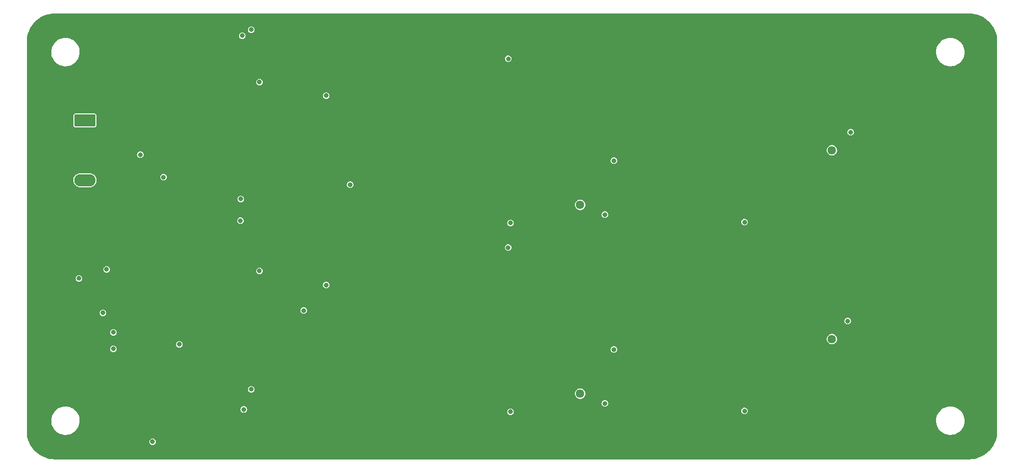
<source format=gbr>
%TF.GenerationSoftware,KiCad,Pcbnew,7.0.10-7.0.10~ubuntu22.04.1*%
%TF.CreationDate,2024-01-03T15:26:10-06:00*%
%TF.ProjectId,aom_driver,616f6d5f-6472-4697-9665-722e6b696361,v1*%
%TF.SameCoordinates,Original*%
%TF.FileFunction,Copper,L2,Inr*%
%TF.FilePolarity,Positive*%
%FSLAX46Y46*%
G04 Gerber Fmt 4.6, Leading zero omitted, Abs format (unit mm)*
G04 Created by KiCad (PCBNEW 7.0.10-7.0.10~ubuntu22.04.1) date 2024-01-03 15:26:10*
%MOMM*%
%LPD*%
G01*
G04 APERTURE LIST*
G04 Aperture macros list*
%AMRoundRect*
0 Rectangle with rounded corners*
0 $1 Rounding radius*
0 $2 $3 $4 $5 $6 $7 $8 $9 X,Y pos of 4 corners*
0 Add a 4 corners polygon primitive as box body*
4,1,4,$2,$3,$4,$5,$6,$7,$8,$9,$2,$3,0*
0 Add four circle primitives for the rounded corners*
1,1,$1+$1,$2,$3*
1,1,$1+$1,$4,$5*
1,1,$1+$1,$6,$7*
1,1,$1+$1,$8,$9*
0 Add four rect primitives between the rounded corners*
20,1,$1+$1,$2,$3,$4,$5,0*
20,1,$1+$1,$4,$5,$6,$7,0*
20,1,$1+$1,$6,$7,$8,$9,0*
20,1,$1+$1,$8,$9,$2,$3,0*%
G04 Aperture macros list end*
%TA.AperFunction,ComponentPad*%
%ADD10C,1.440000*%
%TD*%
%TA.AperFunction,ComponentPad*%
%ADD11C,1.016000*%
%TD*%
%TA.AperFunction,ComponentPad*%
%ADD12RoundRect,0.249999X-1.550001X0.790001X-1.550001X-0.790001X1.550001X-0.790001X1.550001X0.790001X0*%
%TD*%
%TA.AperFunction,ComponentPad*%
%ADD13O,3.600000X2.080000*%
%TD*%
%TA.AperFunction,ViaPad*%
%ADD14C,0.800000*%
%TD*%
G04 APERTURE END LIST*
D10*
%TO.N,Net-(U17-SET)*%
%TO.C,RV4*%
X162941000Y-126365000D03*
%TO.N,GND*%
X160401000Y-128905000D03*
X157861000Y-126365000D03*
%TD*%
%TO.N,Net-(U5-SET)*%
%TO.C,RV1*%
X205613500Y-85090500D03*
%TO.N,GND*%
X208153500Y-87630500D03*
X205613500Y-90170500D03*
%TD*%
D11*
%TO.N,GND*%
%TO.C,X1*%
X196342500Y-83566500D03*
X196342500Y-75946500D03*
X194945500Y-84963500D03*
X194945500Y-82296500D03*
X194945500Y-77216500D03*
X194945500Y-74676500D03*
X194945500Y-72771500D03*
X193802500Y-81026500D03*
X193802500Y-78486500D03*
X193675500Y-83566500D03*
X193675500Y-74168500D03*
X192405500Y-84963500D03*
X192405500Y-72771500D03*
X191135500Y-83566500D03*
X191135500Y-74168500D03*
X190246500Y-78867500D03*
X189865500Y-82423500D03*
X189865500Y-72771500D03*
X188595500Y-74168500D03*
X187325500Y-82423500D03*
X187325500Y-72771500D03*
X186690500Y-79375500D03*
X186690500Y-76835500D03*
X186055500Y-74168500D03*
X185547500Y-83566500D03*
X185547500Y-80645500D03*
X185547500Y-75565500D03*
X184785500Y-84963500D03*
X184785500Y-72771500D03*
X184150500Y-81915500D03*
X184150500Y-74295500D03*
%TD*%
%TO.N,GND*%
%TO.C,X2*%
X196342000Y-115570000D03*
X196342000Y-107950000D03*
X194945000Y-116967000D03*
X194945000Y-114300000D03*
X194945000Y-109220000D03*
X194945000Y-106680000D03*
X194945000Y-104775000D03*
X193802000Y-113030000D03*
X193802000Y-110490000D03*
X193675000Y-115570000D03*
X193675000Y-106172000D03*
X192405000Y-116967000D03*
X192405000Y-104775000D03*
X191135000Y-115570000D03*
X191135000Y-106172000D03*
X190246000Y-110871000D03*
X189865000Y-114427000D03*
X189865000Y-104775000D03*
X188595000Y-106172000D03*
X187325000Y-114427000D03*
X187325000Y-104775000D03*
X186690000Y-111379000D03*
X186690000Y-108839000D03*
X186055000Y-106172000D03*
X185547000Y-115570000D03*
X185547000Y-112649000D03*
X185547000Y-107569000D03*
X184785000Y-116967000D03*
X184785000Y-104775000D03*
X184150000Y-113919000D03*
X184150000Y-106299000D03*
%TD*%
D10*
%TO.N,Net-(U14-SET)*%
%TO.C,RV3*%
X205613000Y-117094000D03*
%TO.N,GND*%
X208153000Y-119634000D03*
X205613000Y-122174000D03*
%TD*%
%TO.N,Net-(U8-SET)*%
%TO.C,RV2*%
X162941500Y-94361500D03*
%TO.N,GND*%
X160401500Y-96901500D03*
X157861500Y-94361500D03*
%TD*%
D11*
%TO.N,GND*%
%TO.C,FL1*%
X135636500Y-80899500D03*
X135636500Y-72009500D03*
X132461500Y-77724500D03*
X132461500Y-75184500D03*
X129921500Y-77724500D03*
X129921500Y-75184500D03*
X126746500Y-80899500D03*
X126746500Y-72009500D03*
%TD*%
%TO.N,GND*%
%TO.C,FL2*%
X135636000Y-112903000D03*
X135636000Y-104013000D03*
X132461000Y-109728000D03*
X132461000Y-107188000D03*
X129921000Y-109728000D03*
X129921000Y-107188000D03*
X126746000Y-112903000D03*
X126746000Y-104013000D03*
%TD*%
D12*
%TO.N,VDD*%
%TO.C,J3*%
X78994500Y-80010500D03*
D13*
%TO.N,GND*%
X78994500Y-85090500D03*
%TO.N,VEE*%
X78994500Y-90170500D03*
%TD*%
D14*
%TO.N,VDD*%
X105918500Y-129039000D03*
X107188500Y-64643500D03*
X105354500Y-97033500D03*
X88392500Y-85852500D03*
X92329500Y-89662500D03*
%TO.N,GND*%
X201224000Y-117223000D03*
X98806500Y-91313500D03*
X106426500Y-132461500D03*
X129286500Y-130937500D03*
X98806500Y-77597500D03*
X193675500Y-86868500D03*
X169672500Y-131699500D03*
X135311000Y-114556000D03*
X101854500Y-101981500D03*
X213868500Y-131699500D03*
X157607500Y-73025500D03*
X141859500Y-83312500D03*
X172720500Y-99695500D03*
X100330500Y-95885500D03*
X214630500Y-71501500D03*
X140716500Y-67691500D03*
X213106500Y-118745500D03*
X100330500Y-82169500D03*
X107950500Y-100457500D03*
X157607500Y-80645500D03*
X101092500Y-105791500D03*
X120142500Y-68453500D03*
X143383000Y-117094000D03*
X141478500Y-68453500D03*
X110998500Y-132461500D03*
X108712500Y-99695500D03*
X116840500Y-107188500D03*
X91948500Y-121031500D03*
X191770500Y-132461500D03*
X162052500Y-99695500D03*
X130810500Y-132461500D03*
X102616500Y-93599500D03*
X187960500Y-67691500D03*
X139192500Y-67691500D03*
X207010500Y-68453500D03*
X181102500Y-132461500D03*
X182499000Y-107569000D03*
X191770500Y-100457500D03*
X135382500Y-66929500D03*
X139192500Y-99695500D03*
X103378500Y-89789500D03*
X101854500Y-82169500D03*
X99568500Y-98171500D03*
X184912500Y-99695500D03*
X107950500Y-68453500D03*
X133096500Y-99695500D03*
X112522500Y-66929500D03*
X149860500Y-99695500D03*
X213868500Y-127127500D03*
X116840500Y-108458500D03*
X101854500Y-88265500D03*
X143764500Y-131699500D03*
X154432500Y-131699500D03*
X114173000Y-109474000D03*
X126238500Y-98933500D03*
X138430500Y-66929500D03*
X101854500Y-114173500D03*
X207772500Y-131699500D03*
X197104000Y-102870000D03*
X156718500Y-100457500D03*
X98044500Y-101219500D03*
X214630500Y-68453500D03*
X213106500Y-86741500D03*
X214630500Y-114173500D03*
X181102500Y-66929500D03*
X99568500Y-108839500D03*
X102616500Y-105791500D03*
X197866500Y-66929500D03*
X97282500Y-101981500D03*
X170434500Y-132461500D03*
X159004500Y-131699500D03*
X102616500Y-116459500D03*
X100330500Y-111125500D03*
X126238500Y-68453500D03*
X196342500Y-132461500D03*
X127762500Y-130937500D03*
X115570500Y-132461500D03*
X92710500Y-121793500D03*
X207010500Y-130937500D03*
X159766500Y-132461500D03*
X157607000Y-115062000D03*
X214630500Y-132461500D03*
X95758500Y-114173500D03*
X148336500Y-131699500D03*
X193294500Y-132461500D03*
X213106500Y-66929500D03*
X170434500Y-66929500D03*
X212344500Y-131699500D03*
X194945000Y-102870000D03*
X168148500Y-99695500D03*
X123190500Y-98933500D03*
X101854500Y-100457500D03*
X213106500Y-80645500D03*
X144526500Y-100457500D03*
X179578500Y-100457500D03*
X177292500Y-67691500D03*
X182499500Y-75565500D03*
X103378500Y-92837500D03*
X153289000Y-101600000D03*
X98044500Y-114935500D03*
X97282500Y-121793500D03*
X213868500Y-96647500D03*
X152146500Y-132461500D03*
X106426500Y-100457500D03*
X97282500Y-117221500D03*
X118618500Y-66929500D03*
X194945500Y-70866500D03*
X91186500Y-121793500D03*
X121666500Y-66929500D03*
X98044500Y-116459500D03*
X101854500Y-103505500D03*
X120142500Y-132461500D03*
X101854500Y-89789500D03*
X131572500Y-131699500D03*
X154488500Y-92585500D03*
X161290500Y-100457500D03*
X174244500Y-131699500D03*
X118618500Y-132461500D03*
X185674500Y-130937500D03*
X100330500Y-97409500D03*
X213868500Y-108839500D03*
X198247500Y-77216500D03*
X209296500Y-67691500D03*
X210058500Y-98933500D03*
X214630500Y-85217500D03*
X101854500Y-105029500D03*
X109474500Y-100457500D03*
X153670500Y-66929500D03*
X187960500Y-131699500D03*
X99568500Y-96647500D03*
X103378500Y-121793500D03*
X98806500Y-88265500D03*
X149098500Y-98933500D03*
X136906500Y-68453500D03*
X203962500Y-98933500D03*
X89662500Y-114173500D03*
X101854500Y-108077500D03*
X179578500Y-66929500D03*
X114046500Y-98933500D03*
X178054500Y-68453500D03*
X113284500Y-131699500D03*
X150622500Y-132461500D03*
X154940000Y-117094000D03*
X96520500Y-104267500D03*
X159766500Y-130937500D03*
X132334500Y-132461500D03*
X164338500Y-68453500D03*
X181102500Y-130937500D03*
X120904500Y-99695500D03*
X210058500Y-100457500D03*
X213106500Y-68453500D03*
X116459000Y-102108000D03*
X200914500Y-132461500D03*
X130810500Y-98933500D03*
X158242500Y-66929500D03*
X104140500Y-67691500D03*
X149098500Y-66929500D03*
X200914500Y-130937500D03*
X183444500Y-93728500D03*
X103378500Y-100457500D03*
X143764500Y-67691500D03*
X176530500Y-68453500D03*
X158242500Y-130937500D03*
X120142500Y-130937500D03*
X133096500Y-131699500D03*
X102616500Y-87503500D03*
X106426500Y-66929500D03*
X174244500Y-67691500D03*
X213868500Y-102743500D03*
X214630500Y-115697500D03*
X213106500Y-77597500D03*
X167315000Y-108460000D03*
X131572500Y-67691500D03*
X89662500Y-120269500D03*
X152908500Y-67691500D03*
X99568500Y-79883500D03*
X127762500Y-132461500D03*
X127437500Y-82425500D03*
X114991500Y-89537500D03*
X110998500Y-130937500D03*
X191770500Y-98933500D03*
X92710500Y-114173500D03*
X210058500Y-68453500D03*
X141478500Y-100457500D03*
X115697500Y-78486500D03*
X213106500Y-127889500D03*
X97282500Y-120269500D03*
X99568500Y-89027500D03*
X101854500Y-80645500D03*
X102616500Y-131699500D03*
X185674500Y-98933500D03*
X187960500Y-99695500D03*
X168910500Y-98933500D03*
X214630500Y-77597500D03*
X98806500Y-89789500D03*
X123190500Y-100457500D03*
X118618500Y-98933500D03*
X197104500Y-70866500D03*
X186309500Y-86868500D03*
X213106500Y-123317500D03*
X161290500Y-66929500D03*
X178054500Y-66929500D03*
X127762500Y-98933500D03*
X189484500Y-131699500D03*
X127000500Y-99695500D03*
X145288500Y-99695500D03*
X214630500Y-86741500D03*
X108712500Y-67691500D03*
X99568500Y-110363500D03*
X103378500Y-83693500D03*
X100330500Y-92837500D03*
X95758500Y-109601500D03*
X205486500Y-68453500D03*
X95758500Y-118745500D03*
X139192500Y-131699500D03*
X213106500Y-98933500D03*
X159766500Y-66929500D03*
X90043500Y-118237500D03*
X165100500Y-131699500D03*
X164338500Y-66929500D03*
X139954500Y-130937500D03*
X95758500Y-120269500D03*
X175189500Y-90172500D03*
X175768500Y-67691500D03*
X143566500Y-93728500D03*
X147574500Y-100457500D03*
X182626500Y-68453500D03*
X117094500Y-98933500D03*
X211582500Y-130937500D03*
X102616500Y-111887500D03*
X213106500Y-69977500D03*
X124008000Y-120779000D03*
X117856500Y-131699500D03*
X133858500Y-100457500D03*
X207772500Y-67691500D03*
X103378500Y-97409500D03*
X213106500Y-100457500D03*
X175006500Y-100457500D03*
X192405500Y-70866500D03*
X214630500Y-95885500D03*
X99568500Y-116459500D03*
X102616500Y-92075500D03*
X195580500Y-99695500D03*
X213868500Y-92075500D03*
X139954500Y-100457500D03*
X213106500Y-115697500D03*
X101854500Y-77597500D03*
X117094500Y-132461500D03*
X92710500Y-120269500D03*
X124714500Y-130937500D03*
X116332500Y-131699500D03*
X135382500Y-132461500D03*
X208534500Y-100457500D03*
X165862500Y-98933500D03*
X131247500Y-70487500D03*
X113213500Y-91061500D03*
X203962500Y-132461500D03*
X127762500Y-100457500D03*
X104140500Y-131699500D03*
X100330500Y-89789500D03*
X134620500Y-99695500D03*
X104902500Y-66929500D03*
X81788500Y-107569500D03*
X103378500Y-115697500D03*
X123190500Y-132461500D03*
X114046500Y-66929500D03*
X187198500Y-68453500D03*
X155194500Y-68453500D03*
X101854500Y-112649500D03*
X103378500Y-101981500D03*
X159004500Y-67691500D03*
X162814500Y-98933500D03*
X197866500Y-68453500D03*
X122428500Y-67691500D03*
X100330500Y-100457500D03*
X158242500Y-132461500D03*
X121666500Y-132461500D03*
X213106500Y-79121500D03*
X167386500Y-68453500D03*
X166624500Y-99695500D03*
X99568500Y-121031500D03*
X182499000Y-105283000D03*
X164338500Y-132461500D03*
X160528500Y-99695500D03*
X124714500Y-66929500D03*
X151384500Y-131699500D03*
X86995500Y-131699500D03*
X98806500Y-105029500D03*
X159004500Y-99695500D03*
X213868500Y-111887500D03*
X196342500Y-68453500D03*
X148336000Y-101600000D03*
X182499000Y-102870000D03*
X187198500Y-130937500D03*
X213868500Y-93599500D03*
X213106500Y-114173500D03*
X103378500Y-105029500D03*
X198247000Y-106680000D03*
X196342500Y-130937500D03*
X206248500Y-99695500D03*
X114681500Y-97164500D03*
X98806500Y-83693500D03*
X213868500Y-95123500D03*
X117094500Y-100457500D03*
X91948500Y-114935500D03*
X139954500Y-66929500D03*
X107188500Y-99695500D03*
X144526500Y-98933500D03*
X81407500Y-124587500D03*
X126238500Y-132461500D03*
X170434500Y-100457500D03*
X155194500Y-98933500D03*
X95758500Y-108077500D03*
X183388500Y-99695500D03*
X186436500Y-99695500D03*
X107950500Y-130937500D03*
X101854500Y-118745500D03*
X101854500Y-97409500D03*
X109474500Y-66929500D03*
X182372500Y-85344500D03*
X116332500Y-67691500D03*
X103378500Y-118745500D03*
X202438500Y-98933500D03*
X100330500Y-117221500D03*
X147574500Y-98933500D03*
X111760500Y-99695500D03*
X213106500Y-121793500D03*
X184912500Y-67691500D03*
X103378500Y-88265500D03*
X149098500Y-68453500D03*
X102616500Y-130175500D03*
X93091500Y-101346500D03*
X99568500Y-95123500D03*
X120142500Y-98933500D03*
X126238500Y-100457500D03*
X129286500Y-68453500D03*
X104902500Y-68453500D03*
X198247000Y-109220000D03*
X115570500Y-100457500D03*
X101854500Y-109601500D03*
X193294500Y-100457500D03*
X146050500Y-98933500D03*
X155194500Y-132461500D03*
X200716000Y-108333000D03*
X175006500Y-66929500D03*
X100330500Y-86741500D03*
X188722500Y-130937500D03*
X212344500Y-99695500D03*
X124714500Y-132461500D03*
X142240500Y-99695500D03*
X117094500Y-68453500D03*
X108204500Y-82423500D03*
X107950500Y-132461500D03*
X187198500Y-66929500D03*
X213106500Y-108077500D03*
X153218500Y-89918500D03*
X103378500Y-123317500D03*
X105664500Y-99695500D03*
X200914500Y-98933500D03*
X93472500Y-113411500D03*
X143002500Y-98933500D03*
X193294500Y-68453500D03*
X138430500Y-132461500D03*
X205486500Y-98933500D03*
X184150500Y-66929500D03*
X166624500Y-67691500D03*
X101854500Y-106553500D03*
X98806500Y-97409500D03*
X90424500Y-121031500D03*
X201224500Y-85219500D03*
X117094500Y-66929500D03*
X203200500Y-131699500D03*
X173482500Y-98933500D03*
X98806500Y-85217500D03*
X165100500Y-99695500D03*
X98806500Y-101981500D03*
X213868500Y-114935500D03*
X123952500Y-67691500D03*
X103378500Y-117221500D03*
X161290500Y-68453500D03*
X186436500Y-67691500D03*
X214630500Y-109601500D03*
X98806500Y-115697500D03*
X214630500Y-127889500D03*
X115697000Y-110490000D03*
X211582500Y-68453500D03*
X138430500Y-100457500D03*
X167315000Y-114810000D03*
X192532500Y-67691500D03*
X214630500Y-91313500D03*
X117856500Y-67691500D03*
X98806500Y-118745500D03*
X114808500Y-99695500D03*
X96520500Y-113411500D03*
X99568500Y-73787500D03*
X101854500Y-85217500D03*
X168910500Y-130937500D03*
X182499500Y-73279500D03*
X115570500Y-68453500D03*
X141859500Y-74041500D03*
X141478500Y-66929500D03*
X164338500Y-100457500D03*
X205486500Y-100457500D03*
X210058500Y-66929500D03*
X123190500Y-66929500D03*
X192532500Y-99695500D03*
X185674500Y-100457500D03*
X118618500Y-68453500D03*
X175006500Y-98933500D03*
X159766500Y-98933500D03*
X99568500Y-87503500D03*
X187325000Y-102870000D03*
X99568500Y-90551500D03*
X101854500Y-126365500D03*
X213868500Y-110363500D03*
X213868500Y-81407500D03*
X110998500Y-100457500D03*
X128524500Y-67691500D03*
X148336500Y-69596500D03*
X100330500Y-103505500D03*
X143002500Y-132461500D03*
X102616500Y-102743500D03*
X188722500Y-132461500D03*
X94996500Y-113411500D03*
X213106500Y-129413500D03*
X99568500Y-114935500D03*
X96520500Y-107315500D03*
X168910500Y-68453500D03*
X155194500Y-66929500D03*
X99568500Y-101219500D03*
X187198500Y-100457500D03*
X169672500Y-67691500D03*
X137470500Y-89156500D03*
X213868500Y-113411500D03*
X131572500Y-99695500D03*
X177292500Y-131699500D03*
X156718500Y-98933500D03*
X202438500Y-68453500D03*
X133858500Y-68453500D03*
X181864500Y-99695500D03*
X213106500Y-109601500D03*
X98806500Y-114173500D03*
X95758500Y-105029500D03*
X103378500Y-86741500D03*
X132334500Y-68453500D03*
X153670500Y-68453500D03*
X144526500Y-130937500D03*
X162814500Y-130937500D03*
X148336500Y-67691500D03*
X101854500Y-129413500D03*
X167315500Y-76456500D03*
X199390500Y-66929500D03*
X101854500Y-132461500D03*
X213868500Y-116459500D03*
X207772500Y-99695500D03*
X171958500Y-130937500D03*
X171958500Y-132461500D03*
X153670500Y-130937500D03*
X154432500Y-99695500D03*
X157607000Y-107569000D03*
X189865000Y-102870000D03*
X204724500Y-99695500D03*
X213106500Y-106553500D03*
X139954500Y-68453500D03*
X124008500Y-88775500D03*
X141859500Y-80899500D03*
X172720500Y-67691500D03*
X191770500Y-66929500D03*
X171196500Y-131699500D03*
X94234500Y-118745500D03*
X125151000Y-110365000D03*
X99568500Y-84455500D03*
X214630500Y-101981500D03*
X204724500Y-131699500D03*
X145979000Y-117096000D03*
X150622500Y-130937500D03*
X103378500Y-112649500D03*
X175189000Y-122176000D03*
X146050500Y-66929500D03*
X144526500Y-132461500D03*
X101854500Y-92837500D03*
X179578500Y-132461500D03*
X146050500Y-132461500D03*
X161290500Y-98933500D03*
X212344500Y-67691500D03*
X143002500Y-130937500D03*
X162814500Y-66929500D03*
X214630500Y-121793500D03*
X118618500Y-130937500D03*
X213106500Y-126365500D03*
X197866500Y-100457500D03*
X183444000Y-125732000D03*
X195580500Y-131699500D03*
X102616500Y-78359500D03*
X145288500Y-67691500D03*
X110236500Y-67691500D03*
X102616500Y-82931500D03*
X214630500Y-76073500D03*
X136906500Y-98933500D03*
X135382500Y-130937500D03*
X214630500Y-106553500D03*
X214630500Y-105029500D03*
X103378500Y-132461500D03*
X194818500Y-132461500D03*
X121666500Y-98933500D03*
X107950500Y-66929500D03*
X191770500Y-130937500D03*
X112522500Y-98933500D03*
X143383500Y-85090500D03*
X167315500Y-82806500D03*
X185674500Y-132461500D03*
X165862500Y-130937500D03*
X102616500Y-76835500D03*
X109982000Y-102108000D03*
X96520500Y-108839500D03*
X183388500Y-131699500D03*
X98806500Y-106553500D03*
X164338500Y-98933500D03*
X102616500Y-99695500D03*
X200152500Y-99695500D03*
X200914500Y-100457500D03*
X103378500Y-106553500D03*
X152146500Y-130937500D03*
X170434500Y-68453500D03*
X103378500Y-69977500D03*
X103378500Y-71501500D03*
X103378500Y-73025500D03*
X175768500Y-99695500D03*
X210820500Y-99695500D03*
X174244500Y-99695500D03*
X154432500Y-67691500D03*
X100330500Y-98933500D03*
X95758500Y-115697500D03*
X200914500Y-68453500D03*
X97282500Y-106553500D03*
X157480500Y-99695500D03*
X148336500Y-99695500D03*
X190246500Y-98933500D03*
X102616500Y-124079500D03*
X99568500Y-111887500D03*
X95758500Y-106553500D03*
X213868500Y-67691500D03*
X213106500Y-124841500D03*
X175768500Y-131699500D03*
X140716500Y-99695500D03*
X102616500Y-121031500D03*
X213868500Y-125603500D03*
X91186500Y-114173500D03*
X213106500Y-132461500D03*
X130048500Y-99695500D03*
X203200500Y-67691500D03*
X153670500Y-132461500D03*
X173482500Y-68453500D03*
X124714500Y-68453500D03*
X136144500Y-67691500D03*
X214630500Y-129413500D03*
X213106500Y-71501500D03*
X190246500Y-130937500D03*
X208534500Y-66929500D03*
X165862500Y-66929500D03*
X98806500Y-98933500D03*
X149098500Y-100457500D03*
X209296500Y-99695500D03*
X183515500Y-86868500D03*
X95758500Y-112649500D03*
X213868500Y-84455500D03*
X189484500Y-67691500D03*
X98806500Y-92837500D03*
X135382500Y-68453500D03*
X177292500Y-99695500D03*
X120142500Y-100457500D03*
X207010500Y-100457500D03*
X157607500Y-75565500D03*
X182499500Y-70866500D03*
X213106500Y-74549500D03*
X100330500Y-76073500D03*
X213106500Y-95885500D03*
X214630500Y-124841500D03*
X147574500Y-66929500D03*
X181102500Y-98933500D03*
X91186500Y-112649500D03*
X103378500Y-120269500D03*
X213106500Y-105029500D03*
X139954500Y-98933500D03*
X213106500Y-92837500D03*
X101854500Y-120269500D03*
X199390500Y-132461500D03*
X177094500Y-75567500D03*
X199390500Y-100457500D03*
X146812500Y-131699500D03*
X99568500Y-113411500D03*
X106863000Y-115826000D03*
X101854500Y-111125500D03*
X101854500Y-69977500D03*
X137470000Y-121160000D03*
X107950500Y-98933500D03*
X95758500Y-103505500D03*
X101854500Y-95885500D03*
X170561000Y-126619000D03*
X171196500Y-67691500D03*
X106426500Y-98933500D03*
X133096500Y-67691500D03*
X214630500Y-69977500D03*
X201676500Y-67691500D03*
X106426500Y-68453500D03*
X110236500Y-131699500D03*
X150622500Y-98933500D03*
X163576500Y-99695500D03*
X171196500Y-99695500D03*
X137668500Y-67691500D03*
X168148500Y-131699500D03*
X100330500Y-105029500D03*
X102616500Y-84455500D03*
X152146500Y-98933500D03*
X185674500Y-66929500D03*
X98806500Y-95885500D03*
X161290500Y-130937500D03*
X103378500Y-85217500D03*
X101854500Y-130937500D03*
X173482500Y-132461500D03*
X201676500Y-99695500D03*
X102616500Y-122555500D03*
X102616500Y-95123500D03*
X114173500Y-77470500D03*
X103378500Y-66929500D03*
X153218000Y-121922000D03*
X167386500Y-66929500D03*
X99568500Y-82931500D03*
X156718500Y-130937500D03*
X165862500Y-132461500D03*
X178054500Y-130937500D03*
X199390500Y-68453500D03*
X102616500Y-101219500D03*
X141859000Y-106045000D03*
X103378500Y-77597500D03*
X206248500Y-131699500D03*
X109474500Y-132461500D03*
X119761500Y-74676500D03*
X182372000Y-113030000D03*
X99568500Y-92075500D03*
X125476500Y-131699500D03*
X165862500Y-100457500D03*
X114046500Y-100457500D03*
X194818500Y-68453500D03*
X165100500Y-67691500D03*
X141478500Y-130937500D03*
X103378500Y-109601500D03*
X136906500Y-66929500D03*
X98044500Y-117983500D03*
X125151500Y-78361500D03*
X188722500Y-98933500D03*
X213106500Y-88265500D03*
X196342500Y-100457500D03*
X180340500Y-99695500D03*
X100330500Y-121793500D03*
X213106500Y-103505500D03*
X173482500Y-130937500D03*
X98044500Y-121031500D03*
X178816500Y-99695500D03*
X171958500Y-68453500D03*
X147574500Y-130937500D03*
X142240500Y-67691500D03*
X99568500Y-117983500D03*
X129286500Y-66929500D03*
X214630500Y-120269500D03*
X103378500Y-68453500D03*
X179578500Y-98933500D03*
X185674500Y-68453500D03*
X94996500Y-121031500D03*
X213868500Y-130175500D03*
X151384500Y-67691500D03*
X213106500Y-91313500D03*
X120142500Y-66929500D03*
X96520500Y-116459500D03*
X189865500Y-70866500D03*
X155194500Y-100457500D03*
X213106500Y-85217500D03*
X213868500Y-90551500D03*
X94234500Y-120269500D03*
X207010500Y-66929500D03*
X135311500Y-82552500D03*
X167386500Y-100457500D03*
X213106500Y-82169500D03*
X99568500Y-99695500D03*
X202438500Y-66929500D03*
X138430500Y-98933500D03*
X182626500Y-132461500D03*
X121666500Y-100457500D03*
X214630500Y-108077500D03*
X145669000Y-101600000D03*
X176530500Y-130937500D03*
X110998500Y-66929500D03*
X101854500Y-127889500D03*
X209296500Y-131699500D03*
X188722500Y-68453500D03*
X133858500Y-66929500D03*
X214630500Y-117221500D03*
X178816500Y-131699500D03*
X102616500Y-125603500D03*
X95758500Y-117221500D03*
X208534500Y-98933500D03*
X210820500Y-67691500D03*
X214630500Y-103505500D03*
X208534500Y-132461500D03*
X150622500Y-68453500D03*
X104902500Y-130937500D03*
X137668500Y-131699500D03*
X100330500Y-73025500D03*
X152908500Y-131699500D03*
X163576500Y-131699500D03*
X184150500Y-68453500D03*
X166624500Y-131699500D03*
X146812500Y-99695500D03*
X99568500Y-78359500D03*
X213868500Y-98171500D03*
X96520500Y-111887500D03*
X103378500Y-79121500D03*
X156718500Y-66929500D03*
X213868500Y-73787500D03*
X203962500Y-130937500D03*
X116840500Y-75184500D03*
X127437000Y-114429000D03*
X90424500Y-114935500D03*
X97282500Y-105029500D03*
X98044500Y-99695500D03*
X203962500Y-68453500D03*
X160528500Y-131699500D03*
X214630500Y-112649500D03*
X194056500Y-131699500D03*
X127762500Y-68453500D03*
X176530500Y-132461500D03*
X197104500Y-131699500D03*
X102616500Y-67691500D03*
X207010500Y-98933500D03*
X191770500Y-68453500D03*
X103378500Y-108077500D03*
X97282500Y-111125500D03*
X114046500Y-130937500D03*
X101854500Y-79121500D03*
X203962500Y-66929500D03*
X102616500Y-73787500D03*
X193294500Y-98933500D03*
X175570500Y-75567500D03*
X150622500Y-100457500D03*
X114046500Y-68453500D03*
X112522500Y-132461500D03*
X157480500Y-67691500D03*
X133858500Y-132461500D03*
X197866500Y-130937500D03*
X113284500Y-67691500D03*
X108712500Y-131699500D03*
X127000500Y-67691500D03*
X137470000Y-110365000D03*
X97282500Y-103505500D03*
X112522500Y-100457500D03*
X101854500Y-86741500D03*
X101854500Y-66929500D03*
X99568500Y-105791500D03*
X213868500Y-104267500D03*
X178816500Y-67691500D03*
X141478500Y-132461500D03*
X152583500Y-85092500D03*
X101854500Y-91313500D03*
X94996500Y-111887500D03*
X132334500Y-98933500D03*
X102616500Y-108839500D03*
X109474500Y-68453500D03*
X183388500Y-67691500D03*
X214630500Y-74549500D03*
X136906500Y-132461500D03*
X101854500Y-83693500D03*
X182372000Y-117348000D03*
X112522500Y-68453500D03*
X213868500Y-69215500D03*
X162814500Y-68453500D03*
X102616500Y-128651500D03*
X198247500Y-82042500D03*
X184150500Y-132461500D03*
X123952500Y-131699500D03*
X127000500Y-131699500D03*
X102616500Y-113411500D03*
X213868500Y-101219500D03*
X92710500Y-117221500D03*
X121666500Y-130937500D03*
X99568500Y-93599500D03*
X210058500Y-132461500D03*
X204724500Y-67691500D03*
X179578500Y-68453500D03*
X130810500Y-66929500D03*
X213868500Y-107315500D03*
X184150500Y-130937500D03*
X211582500Y-98933500D03*
X198247000Y-114046000D03*
X213106500Y-83693500D03*
X98806500Y-109601500D03*
X181864500Y-67691500D03*
X114681000Y-129168000D03*
X122428500Y-99695500D03*
X170561500Y-94615500D03*
X95758500Y-121793500D03*
X86614500Y-116459500D03*
X180340500Y-67691500D03*
X121285500Y-74549500D03*
X96520500Y-105791500D03*
X134620500Y-67691500D03*
X101092500Y-119507500D03*
X98806500Y-121793500D03*
X121285000Y-106553000D03*
X103378500Y-91313500D03*
X98806500Y-111125500D03*
X129286500Y-98933500D03*
X97282500Y-131445500D03*
X145669500Y-69596500D03*
X184785500Y-70866500D03*
X141859000Y-112903000D03*
X146050500Y-100457500D03*
X96520500Y-102743500D03*
X130048500Y-67691500D03*
X136144500Y-99695500D03*
X213868500Y-85979500D03*
X132334500Y-100457500D03*
X213106500Y-97409500D03*
X213868500Y-70739500D03*
X202438500Y-130937500D03*
X100330500Y-120269500D03*
X130810500Y-68453500D03*
X200716500Y-76329500D03*
X194818500Y-100457500D03*
X144526500Y-66929500D03*
X153670500Y-100457500D03*
X146812500Y-67691500D03*
X95758500Y-101981500D03*
X184150500Y-100457500D03*
X103378500Y-114173500D03*
X101854500Y-68453500D03*
X175006500Y-130937500D03*
X196342500Y-66929500D03*
X152146500Y-100457500D03*
X100330500Y-83693500D03*
X104902500Y-132461500D03*
X165862500Y-68453500D03*
X149860500Y-131699500D03*
X138430500Y-130937500D03*
X214630500Y-82169500D03*
X213868500Y-76835500D03*
X168910500Y-132461500D03*
X103378500Y-127889500D03*
X86741500Y-99441500D03*
X187198000Y-127762000D03*
X117094500Y-130937500D03*
X101854500Y-124841500D03*
X153289500Y-69596500D03*
X123190500Y-68453500D03*
X103378500Y-74549500D03*
X139954500Y-132461500D03*
X213106500Y-117221500D03*
X121666500Y-68453500D03*
X133858500Y-98933500D03*
X194056500Y-99695500D03*
X122428500Y-131699500D03*
X211582500Y-132461500D03*
X187198500Y-132461500D03*
X214630500Y-88265500D03*
X125024500Y-74424500D03*
X188722500Y-100457500D03*
X101854500Y-71501500D03*
X98806500Y-112649500D03*
X115570500Y-130937500D03*
X114808500Y-67691500D03*
X162814500Y-132461500D03*
X213106500Y-89789500D03*
X175006500Y-68453500D03*
X96520500Y-110363500D03*
X213868500Y-119507500D03*
X102616500Y-72263500D03*
X162052500Y-67691500D03*
X193294500Y-130937500D03*
X86741500Y-70739500D03*
X177094000Y-107571000D03*
X213106500Y-120269500D03*
X163576000Y-114935000D03*
X181102500Y-100457500D03*
X137216000Y-106428000D03*
X102616500Y-90551500D03*
X213106500Y-112649500D03*
X145288500Y-131699500D03*
X198247500Y-74676500D03*
X145979500Y-85092500D03*
X149098500Y-132461500D03*
X200914500Y-66929500D03*
X213868500Y-105791500D03*
X195580500Y-67691500D03*
X137470500Y-78361500D03*
X197104500Y-67691500D03*
X130810500Y-100457500D03*
X210241500Y-76202500D03*
X96520500Y-117983500D03*
X160782500Y-90043500D03*
X211582500Y-100457500D03*
X190246500Y-132461500D03*
X128524500Y-99695500D03*
X114991000Y-121541000D03*
X170434500Y-98933500D03*
X99568500Y-81407500D03*
X127762500Y-66929500D03*
X152908500Y-99695500D03*
X106426500Y-130937500D03*
X186436500Y-131699500D03*
X103378500Y-111125500D03*
X144526500Y-68453500D03*
X102616500Y-117983500D03*
X180340500Y-131699500D03*
X178054500Y-132461500D03*
X196342500Y-98933500D03*
X102616500Y-85979500D03*
X199390500Y-98933500D03*
X90043500Y-116967500D03*
X214630500Y-100457500D03*
X164338500Y-130937500D03*
X115570500Y-98933500D03*
X98806500Y-94361500D03*
X213868500Y-89027500D03*
X214630500Y-94361500D03*
X143002500Y-68453500D03*
X98806500Y-76073500D03*
X110998500Y-98933500D03*
X102616500Y-96647500D03*
X194818500Y-66929500D03*
X126238500Y-66929500D03*
X86614500Y-118110500D03*
X102616500Y-69215500D03*
X213868500Y-82931500D03*
X187198500Y-95758500D03*
X213868500Y-87503500D03*
X102616500Y-104267500D03*
X119380500Y-67691500D03*
X123190500Y-130937500D03*
X96520500Y-101219500D03*
X214630500Y-118745500D03*
X119560790Y-106960895D03*
X141859000Y-110617000D03*
X213868500Y-117983500D03*
X129286500Y-100457500D03*
X100330500Y-91313500D03*
X103378500Y-124841500D03*
X103378500Y-130937500D03*
X110236500Y-99695500D03*
X102616500Y-81407500D03*
X213868500Y-75311500D03*
X125024000Y-106428000D03*
X198247500Y-72644500D03*
X92710500Y-112649500D03*
X205486500Y-132461500D03*
X94234500Y-121793500D03*
X199390500Y-130937500D03*
X142240500Y-131699500D03*
X198247000Y-104648000D03*
X186309000Y-118872000D03*
X152146500Y-66929500D03*
X171958500Y-98933500D03*
X214630500Y-98933500D03*
X155194500Y-130937500D03*
X152146500Y-68453500D03*
X190754500Y-86868500D03*
X91948500Y-113411500D03*
X178054500Y-98933500D03*
X214630500Y-89789500D03*
X103378500Y-129413500D03*
X182626500Y-130937500D03*
X133858500Y-130937500D03*
X97282500Y-109601500D03*
X214630500Y-66929500D03*
X101092500Y-73787500D03*
X213106500Y-76073500D03*
X197104500Y-99695500D03*
X119380500Y-99695500D03*
X162814500Y-100457500D03*
X98806500Y-82169500D03*
X109982500Y-70104500D03*
X109474500Y-98933500D03*
X129286500Y-132461500D03*
X182626500Y-100457500D03*
X101854500Y-123317500D03*
X184150500Y-98933500D03*
X102616500Y-127127500D03*
X160528500Y-67691500D03*
X104902500Y-98933500D03*
X90424500Y-113411500D03*
X116388500Y-73154500D03*
X193294500Y-66929500D03*
X91186500Y-120269500D03*
X136906500Y-130937500D03*
X176530500Y-100457500D03*
X103378500Y-80645500D03*
X100330500Y-114173500D03*
X157607000Y-112649000D03*
X191008500Y-99695500D03*
X138430500Y-68453500D03*
X100330500Y-112649500D03*
X97282500Y-100457500D03*
X175006500Y-132461500D03*
X98806500Y-74549500D03*
X214630500Y-97409500D03*
X103378500Y-98933500D03*
X156718500Y-68453500D03*
X101092500Y-104267500D03*
X101854500Y-117221500D03*
X214630500Y-92837500D03*
X116388000Y-105158000D03*
X159766500Y-68453500D03*
X131247000Y-102491000D03*
X167386500Y-130937500D03*
X182626500Y-66929500D03*
X198628500Y-67691500D03*
X103378500Y-76073500D03*
X114808500Y-131699500D03*
X210241000Y-108206000D03*
X200152500Y-67691500D03*
X94234500Y-115697500D03*
X160782000Y-122047000D03*
X170434500Y-130937500D03*
X116332500Y-99695500D03*
X102616500Y-110363500D03*
X102616500Y-98171500D03*
X100330500Y-74549500D03*
X156718500Y-132461500D03*
X207010500Y-132461500D03*
X124714500Y-100457500D03*
X98044500Y-102743500D03*
X213868500Y-128651500D03*
X125476500Y-99695500D03*
X198628500Y-99695500D03*
X100330500Y-80645500D03*
X101092500Y-75311500D03*
X97282500Y-108077500D03*
X168910500Y-66929500D03*
X98806500Y-86741500D03*
X167386500Y-132461500D03*
X213868500Y-78359500D03*
X179578500Y-130937500D03*
X213868500Y-122555500D03*
X190246500Y-100457500D03*
X176530500Y-66929500D03*
X132334500Y-130937500D03*
X99568500Y-104267500D03*
X194818500Y-130937500D03*
X118618500Y-100457500D03*
X123952500Y-99695500D03*
X214630500Y-130937500D03*
X101092500Y-121031500D03*
X176530500Y-98933500D03*
X94234500Y-117221500D03*
X182372500Y-83185500D03*
X154940500Y-85090500D03*
X155956500Y-131699500D03*
X120904500Y-67691500D03*
X214630500Y-83693500D03*
X172720500Y-131699500D03*
X191008500Y-67691500D03*
X89662500Y-112649500D03*
X205486500Y-66929500D03*
X94234500Y-114173500D03*
X98806500Y-108077500D03*
X178054500Y-100457500D03*
X149860500Y-67691500D03*
X124714500Y-98933500D03*
X99568500Y-75311500D03*
X167386500Y-98933500D03*
X119380500Y-131699500D03*
X175570000Y-107571000D03*
X97282500Y-115697500D03*
X203962500Y-100457500D03*
X205486500Y-130937500D03*
X137216500Y-74424500D03*
X99568500Y-107315500D03*
X113213000Y-123065000D03*
X102616500Y-70739500D03*
X181864500Y-131699500D03*
X158242500Y-100457500D03*
X103378500Y-103505500D03*
X147574500Y-132461500D03*
X202438500Y-132461500D03*
X149098500Y-130937500D03*
X134620500Y-131699500D03*
X103378500Y-82169500D03*
X202438500Y-100457500D03*
X100330500Y-79121500D03*
X109474500Y-130937500D03*
X194818500Y-98933500D03*
X103378500Y-95885500D03*
X116459500Y-70104500D03*
X162052500Y-131699500D03*
X190246500Y-66929500D03*
X173482500Y-100457500D03*
X101092500Y-102743500D03*
X198247500Y-84582500D03*
X102616500Y-79883500D03*
X151384500Y-99695500D03*
X213106500Y-111125500D03*
X121595500Y-83822500D03*
X187198500Y-98933500D03*
X100330500Y-109601500D03*
X150622500Y-66929500D03*
X103378500Y-94361500D03*
X158242500Y-68453500D03*
X98806500Y-120269500D03*
X192532500Y-131699500D03*
X192405000Y-102870000D03*
X163576500Y-82931500D03*
X157480500Y-131699500D03*
X188722500Y-66929500D03*
X213868500Y-99695500D03*
X120904500Y-131699500D03*
X213868500Y-72263500D03*
X208534500Y-130937500D03*
X115570500Y-66929500D03*
X101854500Y-74549500D03*
X184912500Y-131699500D03*
X194056500Y-67691500D03*
X100330500Y-88265500D03*
X113284500Y-99695500D03*
X214630500Y-123317500D03*
X104140500Y-99695500D03*
X210058500Y-130937500D03*
X94996500Y-116459500D03*
X125476500Y-67691500D03*
X141859500Y-78613500D03*
X101854500Y-94361500D03*
X143002500Y-100457500D03*
X93472500Y-116459500D03*
X98806500Y-79121500D03*
X137668500Y-99695500D03*
X102616500Y-114935500D03*
X213106500Y-130937500D03*
X214630500Y-80645500D03*
X93472500Y-121031500D03*
X100330500Y-77597500D03*
X187325500Y-70866500D03*
X95758500Y-111125500D03*
X141478500Y-98933500D03*
X128524500Y-131699500D03*
X183515000Y-118872000D03*
X116840500Y-76454500D03*
X159766500Y-100457500D03*
X213868500Y-124079500D03*
X214630500Y-79121500D03*
X201676500Y-131699500D03*
X146050500Y-68453500D03*
X98806500Y-100457500D03*
X192969500Y-90045500D03*
X121595000Y-115826000D03*
X147574500Y-68453500D03*
X140716500Y-131699500D03*
X184785000Y-102870000D03*
X171958500Y-100457500D03*
X182626500Y-98933500D03*
X154488000Y-124589000D03*
X214630500Y-73025500D03*
X102616500Y-119507500D03*
X104902500Y-100457500D03*
X112522500Y-130937500D03*
X103378500Y-126365500D03*
X97282500Y-118745500D03*
X208534500Y-68453500D03*
X132334500Y-66929500D03*
X136144500Y-131699500D03*
X97282500Y-112649500D03*
X126238500Y-130937500D03*
X182372500Y-81026500D03*
X143566000Y-125732000D03*
X110998500Y-68453500D03*
X152583000Y-117096000D03*
X213868500Y-121031500D03*
X100330500Y-94361500D03*
X203200500Y-99695500D03*
X146050500Y-130937500D03*
X100330500Y-115697500D03*
X198628500Y-131699500D03*
X169672500Y-99695500D03*
X143764500Y-99695500D03*
X171958500Y-66929500D03*
X157607500Y-83058500D03*
X99568500Y-85979500D03*
X173482500Y-66929500D03*
X190246500Y-68453500D03*
X191008500Y-131699500D03*
X98806500Y-80645500D03*
X181102500Y-68453500D03*
X213106500Y-73025500D03*
X182372000Y-115189000D03*
X100330500Y-85217500D03*
X101854500Y-98933500D03*
X157607000Y-105029000D03*
X135382500Y-98933500D03*
X100330500Y-108077500D03*
X136906500Y-100457500D03*
X163576500Y-67691500D03*
X189484500Y-99695500D03*
X211582500Y-66929500D03*
X101854500Y-73025500D03*
X101854500Y-115697500D03*
X213106500Y-94361500D03*
X213868500Y-79883500D03*
X141859000Y-115316000D03*
X158242500Y-98933500D03*
X155956500Y-99695500D03*
X130048500Y-131699500D03*
X190754000Y-118872000D03*
X143002500Y-66929500D03*
X168910500Y-100457500D03*
X193675000Y-118872000D03*
X198247000Y-116586000D03*
X155956500Y-67691500D03*
X161290500Y-132461500D03*
X192969000Y-122049000D03*
X114046500Y-132461500D03*
X89662500Y-121793500D03*
X117856500Y-99695500D03*
X197866500Y-132461500D03*
X214630500Y-126365500D03*
X100330500Y-106553500D03*
X213106500Y-101981500D03*
X99568500Y-76835500D03*
X153670500Y-98933500D03*
X101854500Y-121793500D03*
X130810500Y-130937500D03*
X135382500Y-100457500D03*
X98806500Y-117221500D03*
X168148500Y-67691500D03*
X197866500Y-98933500D03*
X214630500Y-111125500D03*
X94234500Y-112649500D03*
X102616500Y-89027500D03*
X200152500Y-131699500D03*
X96520500Y-121031500D03*
X206248500Y-67691500D03*
X210820500Y-131699500D03*
%TO.N,Net-(C12-Pad1)*%
X190810500Y-97284500D03*
X151130500Y-97409500D03*
X167132500Y-96012500D03*
X208788500Y-82042500D03*
%TO.N,/F1/+5V*%
X123952500Y-90932500D03*
X108585500Y-73533500D03*
%TO.N,VEE*%
X105664500Y-65659500D03*
X105410500Y-93345500D03*
X107188500Y-125603000D03*
X90446000Y-134493500D03*
%TO.N,/F1/VVA_TUNE*%
X168656500Y-86868500D03*
X150750500Y-69596500D03*
%TO.N,/+5V_SW*%
X83820500Y-115951500D03*
X83820500Y-118745500D03*
%TO.N,/F2/+5V*%
X108585000Y-105537000D03*
X116078500Y-112268500D03*
%TO.N,/F2/VVA_TUNE*%
X150750000Y-101600000D03*
X168656000Y-118872000D03*
%TO.N,SW*%
X77978500Y-106807500D03*
X119888000Y-107950000D03*
X82042500Y-112649500D03*
X82677500Y-105283500D03*
X119888500Y-75819500D03*
X94996500Y-117983500D03*
%TO.N,Net-(C27-Pad1)*%
X190810000Y-129288000D03*
X208280000Y-114046000D03*
X167132000Y-128016000D03*
X151130000Y-129413000D03*
%TD*%
%TA.AperFunction,Conductor*%
%TO.N,GND*%
G36*
X228856149Y-61896072D02*
G01*
X229267779Y-61914043D01*
X229274299Y-61914613D01*
X229681223Y-61968186D01*
X229687649Y-61969320D01*
X230088326Y-62058148D01*
X230094646Y-62059842D01*
X230486054Y-62183253D01*
X230492219Y-62185496D01*
X230623841Y-62240015D01*
X230871382Y-62342550D01*
X230877310Y-62345315D01*
X231241338Y-62534816D01*
X231247019Y-62538096D01*
X231593140Y-62758599D01*
X231598514Y-62762362D01*
X231924101Y-63012195D01*
X231929126Y-63016412D01*
X232099765Y-63172773D01*
X232231702Y-63293670D01*
X232236335Y-63298303D01*
X232513587Y-63600873D01*
X232517804Y-63605898D01*
X232767637Y-63931485D01*
X232771400Y-63936859D01*
X232991903Y-64282980D01*
X232995183Y-64288661D01*
X233184680Y-64652680D01*
X233187453Y-64658626D01*
X233344503Y-65037780D01*
X233346746Y-65043945D01*
X233470157Y-65435353D01*
X233471855Y-65441690D01*
X233560676Y-65842333D01*
X233561816Y-65848793D01*
X233615385Y-66255692D01*
X233615956Y-66262228D01*
X233633928Y-66673850D01*
X233634000Y-66677130D01*
X233634000Y-132713869D01*
X233633928Y-132717149D01*
X233615956Y-133128771D01*
X233615385Y-133135307D01*
X233561816Y-133542206D01*
X233560676Y-133548666D01*
X233471855Y-133949309D01*
X233470157Y-133955646D01*
X233346746Y-134347054D01*
X233344503Y-134353219D01*
X233187453Y-134732373D01*
X233184680Y-134738319D01*
X232995183Y-135102338D01*
X232991903Y-135108019D01*
X232771400Y-135454140D01*
X232767637Y-135459514D01*
X232517804Y-135785101D01*
X232513587Y-135790126D01*
X232236335Y-136092696D01*
X232231696Y-136097335D01*
X231929126Y-136374587D01*
X231924101Y-136378804D01*
X231598514Y-136628637D01*
X231593140Y-136632400D01*
X231247019Y-136852903D01*
X231241338Y-136856183D01*
X230877319Y-137045680D01*
X230871373Y-137048453D01*
X230492219Y-137205503D01*
X230486054Y-137207746D01*
X230094646Y-137331157D01*
X230088309Y-137332855D01*
X229687666Y-137421676D01*
X229681206Y-137422816D01*
X229274307Y-137476385D01*
X229267771Y-137476956D01*
X228856149Y-137494928D01*
X228852869Y-137495000D01*
X73916131Y-137495000D01*
X73912851Y-137494928D01*
X73501228Y-137476956D01*
X73494692Y-137476385D01*
X73087793Y-137422816D01*
X73081333Y-137421676D01*
X72680690Y-137332855D01*
X72674353Y-137331157D01*
X72282945Y-137207746D01*
X72276780Y-137205503D01*
X71897626Y-137048453D01*
X71891680Y-137045680D01*
X71527661Y-136856183D01*
X71521980Y-136852903D01*
X71175859Y-136632400D01*
X71170485Y-136628637D01*
X70844898Y-136378804D01*
X70839873Y-136374587D01*
X70644853Y-136195886D01*
X70537297Y-136097329D01*
X70532670Y-136092702D01*
X70305380Y-135844657D01*
X70255412Y-135790126D01*
X70251195Y-135785101D01*
X70001362Y-135459514D01*
X69997599Y-135454140D01*
X69777096Y-135108019D01*
X69773816Y-135102338D01*
X69708285Y-134976454D01*
X69584315Y-134738310D01*
X69581550Y-134732382D01*
X69482602Y-134493500D01*
X89888329Y-134493500D01*
X89907331Y-134637836D01*
X89963043Y-134772336D01*
X89963044Y-134772338D01*
X89963045Y-134772339D01*
X90051666Y-134887833D01*
X90167160Y-134976454D01*
X90167164Y-134976457D01*
X90301664Y-135032169D01*
X90446000Y-135051171D01*
X90590336Y-135032169D01*
X90724836Y-134976457D01*
X90840333Y-134887833D01*
X90928957Y-134772336D01*
X90984669Y-134637836D01*
X91003671Y-134493500D01*
X90984669Y-134349164D01*
X90928957Y-134214665D01*
X90928955Y-134214662D01*
X90840333Y-134099166D01*
X90724839Y-134010545D01*
X90724838Y-134010544D01*
X90724836Y-134010543D01*
X90637891Y-133974529D01*
X90590337Y-133954831D01*
X90446000Y-133935829D01*
X90301662Y-133954831D01*
X90167163Y-134010544D01*
X90167162Y-134010544D01*
X90051666Y-134099166D01*
X89963044Y-134214662D01*
X89963044Y-134214663D01*
X89907331Y-134349162D01*
X89906797Y-134353219D01*
X89888329Y-134493500D01*
X69482602Y-134493500D01*
X69424496Y-134353219D01*
X69422253Y-134347054D01*
X69298842Y-133955646D01*
X69297148Y-133949326D01*
X69208320Y-133548649D01*
X69207186Y-133542223D01*
X69153613Y-133135299D01*
X69153043Y-133128771D01*
X69145536Y-132956836D01*
X69135072Y-132717149D01*
X69135000Y-132713869D01*
X69135000Y-130860282D01*
X73284287Y-130860282D01*
X73294183Y-131168851D01*
X73294185Y-131168870D01*
X73343460Y-131473655D01*
X73431305Y-131769634D01*
X73431307Y-131769641D01*
X73556282Y-132051962D01*
X73716332Y-132315980D01*
X73716338Y-132315988D01*
X73908837Y-132557376D01*
X74130622Y-132772163D01*
X74378051Y-132956824D01*
X74378069Y-132956836D01*
X74647073Y-133108336D01*
X74647075Y-133108336D01*
X74647079Y-133108339D01*
X74801512Y-133170862D01*
X74933260Y-133224201D01*
X74933261Y-133224201D01*
X74933263Y-133224202D01*
X75231913Y-133302518D01*
X75538126Y-133342000D01*
X75538128Y-133342000D01*
X75769592Y-133342000D01*
X75769599Y-133342000D01*
X75809149Y-133339460D01*
X76000604Y-133327169D01*
X76000607Y-133327168D01*
X76000614Y-133327168D01*
X76303668Y-133268149D01*
X76596687Y-133170860D01*
X76874859Y-133036899D01*
X77133617Y-132868466D01*
X77368712Y-132668327D01*
X77576284Y-132439768D01*
X77752924Y-132186541D01*
X77895731Y-131912805D01*
X78002362Y-131623055D01*
X78071065Y-131322048D01*
X78100712Y-131014727D01*
X78095759Y-130860282D01*
X223271287Y-130860282D01*
X223281183Y-131168851D01*
X223281185Y-131168870D01*
X223330460Y-131473655D01*
X223418305Y-131769634D01*
X223418307Y-131769641D01*
X223543282Y-132051962D01*
X223703332Y-132315980D01*
X223703338Y-132315988D01*
X223895837Y-132557376D01*
X224117622Y-132772163D01*
X224365051Y-132956824D01*
X224365069Y-132956836D01*
X224634073Y-133108336D01*
X224634075Y-133108336D01*
X224634079Y-133108339D01*
X224788512Y-133170862D01*
X224920260Y-133224201D01*
X224920261Y-133224201D01*
X224920263Y-133224202D01*
X225218913Y-133302518D01*
X225525126Y-133342000D01*
X225525128Y-133342000D01*
X225756592Y-133342000D01*
X225756599Y-133342000D01*
X225796149Y-133339460D01*
X225987604Y-133327169D01*
X225987607Y-133327168D01*
X225987614Y-133327168D01*
X226290668Y-133268149D01*
X226583687Y-133170860D01*
X226861859Y-133036899D01*
X227120617Y-132868466D01*
X227355712Y-132668327D01*
X227563284Y-132439768D01*
X227739924Y-132186541D01*
X227882731Y-131912805D01*
X227989362Y-131623055D01*
X228058065Y-131322048D01*
X228087712Y-131014727D01*
X228077816Y-130706137D01*
X228028540Y-130401347D01*
X227940693Y-130105360D01*
X227815717Y-129823037D01*
X227655664Y-129559014D01*
X227463334Y-129317839D01*
X227463162Y-129317623D01*
X227241377Y-129102836D01*
X226993948Y-128918175D01*
X226993930Y-128918163D01*
X226724926Y-128766663D01*
X226438739Y-128650798D01*
X226271153Y-128606852D01*
X226140087Y-128572482D01*
X225833874Y-128533000D01*
X225602401Y-128533000D01*
X225602396Y-128533000D01*
X225602370Y-128533001D01*
X225371395Y-128547830D01*
X225371384Y-128547832D01*
X225068336Y-128606850D01*
X225068327Y-128606852D01*
X224775321Y-128704137D01*
X224775310Y-128704141D01*
X224497145Y-128838098D01*
X224497136Y-128838103D01*
X224238385Y-129006531D01*
X224003287Y-129206673D01*
X223795719Y-129435228D01*
X223795714Y-129435234D01*
X223619077Y-129688456D01*
X223619073Y-129688463D01*
X223476271Y-129962189D01*
X223369638Y-130251943D01*
X223300935Y-130552952D01*
X223271287Y-130860282D01*
X78095759Y-130860282D01*
X78090816Y-130706137D01*
X78041540Y-130401347D01*
X77953693Y-130105360D01*
X77828717Y-129823037D01*
X77668664Y-129559014D01*
X77476334Y-129317839D01*
X77476162Y-129317623D01*
X77254377Y-129102836D01*
X77168843Y-129039000D01*
X105360829Y-129039000D01*
X105379831Y-129183337D01*
X105399529Y-129230891D01*
X105435543Y-129317836D01*
X105435544Y-129317838D01*
X105435545Y-129317839D01*
X105524166Y-129433333D01*
X105639660Y-129521954D01*
X105639664Y-129521957D01*
X105774164Y-129577669D01*
X105918500Y-129596671D01*
X106062836Y-129577669D01*
X106197336Y-129521957D01*
X106312833Y-129433333D01*
X106328435Y-129413000D01*
X150572329Y-129413000D01*
X150591331Y-129557337D01*
X150592026Y-129559014D01*
X150647043Y-129691836D01*
X150647044Y-129691838D01*
X150647045Y-129691839D01*
X150735666Y-129807333D01*
X150851160Y-129895954D01*
X150851164Y-129895957D01*
X150985664Y-129951669D01*
X151130000Y-129970671D01*
X151274336Y-129951669D01*
X151408836Y-129895957D01*
X151524333Y-129807333D01*
X151612957Y-129691836D01*
X151668669Y-129557336D01*
X151687671Y-129413000D01*
X151671215Y-129288000D01*
X190252329Y-129288000D01*
X190271331Y-129432337D01*
X190272531Y-129435234D01*
X190327043Y-129566836D01*
X190327044Y-129566838D01*
X190327045Y-129566839D01*
X190415666Y-129682333D01*
X190428055Y-129691839D01*
X190531164Y-129770957D01*
X190665664Y-129826669D01*
X190810000Y-129845671D01*
X190954336Y-129826669D01*
X191088836Y-129770957D01*
X191204333Y-129682333D01*
X191292957Y-129566836D01*
X191348669Y-129432336D01*
X191367671Y-129288000D01*
X191348669Y-129143664D01*
X191292957Y-129009165D01*
X191232246Y-128930044D01*
X191204333Y-128893666D01*
X191088839Y-128805045D01*
X191088838Y-128805044D01*
X191088836Y-128805043D01*
X190996174Y-128766661D01*
X190954337Y-128749331D01*
X190810000Y-128730329D01*
X190665662Y-128749331D01*
X190531163Y-128805044D01*
X190531162Y-128805044D01*
X190415666Y-128893666D01*
X190327044Y-129009162D01*
X190327044Y-129009163D01*
X190271331Y-129143662D01*
X190252329Y-129288000D01*
X151671215Y-129288000D01*
X151668669Y-129268664D01*
X151612957Y-129134165D01*
X151588918Y-129102836D01*
X151524333Y-129018666D01*
X151408839Y-128930045D01*
X151408838Y-128930044D01*
X151408836Y-128930043D01*
X151321015Y-128893666D01*
X151274337Y-128874331D01*
X151130000Y-128855329D01*
X150985662Y-128874331D01*
X150851163Y-128930044D01*
X150851162Y-128930044D01*
X150735666Y-129018666D01*
X150647044Y-129134162D01*
X150647044Y-129134163D01*
X150591331Y-129268662D01*
X150572329Y-129413000D01*
X106328435Y-129413000D01*
X106401457Y-129317836D01*
X106457169Y-129183336D01*
X106476171Y-129039000D01*
X106457169Y-128894664D01*
X106401457Y-128760165D01*
X106393144Y-128749331D01*
X106312833Y-128644666D01*
X106197339Y-128556045D01*
X106197338Y-128556044D01*
X106197336Y-128556043D01*
X106110391Y-128520029D01*
X106062837Y-128500331D01*
X105918500Y-128481329D01*
X105774162Y-128500331D01*
X105639663Y-128556044D01*
X105639662Y-128556044D01*
X105524166Y-128644666D01*
X105435544Y-128760162D01*
X105435544Y-128760163D01*
X105435543Y-128760164D01*
X105435543Y-128760165D01*
X105425985Y-128783238D01*
X105379831Y-128894662D01*
X105360829Y-129039000D01*
X77168843Y-129039000D01*
X77006948Y-128918175D01*
X77006930Y-128918163D01*
X76737926Y-128766663D01*
X76451739Y-128650798D01*
X76284153Y-128606852D01*
X76153087Y-128572482D01*
X75846874Y-128533000D01*
X75615401Y-128533000D01*
X75615396Y-128533000D01*
X75615370Y-128533001D01*
X75384395Y-128547830D01*
X75384384Y-128547832D01*
X75081336Y-128606850D01*
X75081327Y-128606852D01*
X74788321Y-128704137D01*
X74788310Y-128704141D01*
X74510145Y-128838098D01*
X74510136Y-128838103D01*
X74251385Y-129006531D01*
X74016287Y-129206673D01*
X73808719Y-129435228D01*
X73808714Y-129435234D01*
X73632077Y-129688456D01*
X73632073Y-129688463D01*
X73489271Y-129962189D01*
X73382638Y-130251943D01*
X73313935Y-130552952D01*
X73284287Y-130860282D01*
X69135000Y-130860282D01*
X69135000Y-128016000D01*
X166574329Y-128016000D01*
X166593331Y-128160336D01*
X166649043Y-128294836D01*
X166649044Y-128294838D01*
X166649045Y-128294839D01*
X166737666Y-128410333D01*
X166853160Y-128498954D01*
X166853164Y-128498957D01*
X166987664Y-128554669D01*
X167132000Y-128573671D01*
X167276336Y-128554669D01*
X167410836Y-128498957D01*
X167526333Y-128410333D01*
X167614957Y-128294836D01*
X167670669Y-128160336D01*
X167689671Y-128016000D01*
X167670669Y-127871664D01*
X167614957Y-127737165D01*
X167614955Y-127737162D01*
X167526333Y-127621666D01*
X167410839Y-127533045D01*
X167410838Y-127533044D01*
X167410836Y-127533043D01*
X167323891Y-127497029D01*
X167276337Y-127477331D01*
X167132000Y-127458329D01*
X166987662Y-127477331D01*
X166853163Y-127533044D01*
X166853162Y-127533044D01*
X166737666Y-127621666D01*
X166649044Y-127737162D01*
X166649044Y-127737163D01*
X166593331Y-127871662D01*
X166593331Y-127871664D01*
X166574329Y-128016000D01*
X69135000Y-128016000D01*
X69135000Y-126365000D01*
X162063292Y-126365000D01*
X162082472Y-126547487D01*
X162139171Y-126721991D01*
X162139174Y-126721998D01*
X162230916Y-126880900D01*
X162230917Y-126880902D01*
X162353700Y-127017266D01*
X162502142Y-127125115D01*
X162502145Y-127125116D01*
X162502146Y-127125117D01*
X162669773Y-127199750D01*
X162849255Y-127237900D01*
X162849257Y-127237900D01*
X163032743Y-127237900D01*
X163032745Y-127237900D01*
X163212227Y-127199750D01*
X163379854Y-127125117D01*
X163379857Y-127125115D01*
X163528299Y-127017266D01*
X163528301Y-127017264D01*
X163651081Y-126880904D01*
X163742826Y-126721996D01*
X163799528Y-126547486D01*
X163818708Y-126365000D01*
X163799528Y-126182514D01*
X163768154Y-126085954D01*
X163742828Y-126008008D01*
X163742825Y-126008001D01*
X163651083Y-125849099D01*
X163651082Y-125849097D01*
X163528299Y-125712733D01*
X163379857Y-125604884D01*
X163212228Y-125530250D01*
X163152399Y-125517533D01*
X163032745Y-125492100D01*
X162849255Y-125492100D01*
X162759514Y-125511175D01*
X162669771Y-125530250D01*
X162502142Y-125604884D01*
X162353700Y-125712733D01*
X162230917Y-125849097D01*
X162230916Y-125849099D01*
X162139174Y-126008001D01*
X162139171Y-126008008D01*
X162082472Y-126182512D01*
X162063292Y-126365000D01*
X69135000Y-126365000D01*
X69135000Y-125603000D01*
X106630829Y-125603000D01*
X106649831Y-125747336D01*
X106705543Y-125881836D01*
X106705544Y-125881838D01*
X106705545Y-125881839D01*
X106794166Y-125997333D01*
X106909660Y-126085954D01*
X106909664Y-126085957D01*
X107044164Y-126141669D01*
X107188500Y-126160671D01*
X107332836Y-126141669D01*
X107467336Y-126085957D01*
X107582833Y-125997333D01*
X107671457Y-125881836D01*
X107727169Y-125747336D01*
X107746171Y-125603000D01*
X107727169Y-125458664D01*
X107671457Y-125324165D01*
X107671455Y-125324162D01*
X107582833Y-125208666D01*
X107467339Y-125120045D01*
X107467338Y-125120044D01*
X107467336Y-125120043D01*
X107380391Y-125084029D01*
X107332837Y-125064331D01*
X107188500Y-125045329D01*
X107044162Y-125064331D01*
X106909663Y-125120044D01*
X106909662Y-125120044D01*
X106794166Y-125208666D01*
X106705544Y-125324162D01*
X106705544Y-125324163D01*
X106649831Y-125458662D01*
X106630829Y-125603000D01*
X69135000Y-125603000D01*
X69135000Y-118745500D01*
X83262829Y-118745500D01*
X83281831Y-118889836D01*
X83337543Y-119024336D01*
X83337544Y-119024338D01*
X83337545Y-119024339D01*
X83426166Y-119139833D01*
X83541660Y-119228454D01*
X83541664Y-119228457D01*
X83676164Y-119284169D01*
X83820500Y-119303171D01*
X83964836Y-119284169D01*
X84099336Y-119228457D01*
X84214833Y-119139833D01*
X84303457Y-119024336D01*
X84359169Y-118889836D01*
X84361517Y-118872000D01*
X168098329Y-118872000D01*
X168117331Y-119016337D01*
X168120646Y-119024339D01*
X168173043Y-119150836D01*
X168173044Y-119150838D01*
X168173045Y-119150839D01*
X168261666Y-119266333D01*
X168309675Y-119303171D01*
X168377164Y-119354957D01*
X168511664Y-119410669D01*
X168656000Y-119429671D01*
X168800336Y-119410669D01*
X168934836Y-119354957D01*
X169050333Y-119266333D01*
X169138957Y-119150836D01*
X169194669Y-119016336D01*
X169213671Y-118872000D01*
X169194669Y-118727664D01*
X169138957Y-118593165D01*
X169099061Y-118541171D01*
X169050333Y-118477666D01*
X168934839Y-118389045D01*
X168934838Y-118389044D01*
X168934836Y-118389043D01*
X168843393Y-118351166D01*
X168800337Y-118333331D01*
X168656000Y-118314329D01*
X168511662Y-118333331D01*
X168377163Y-118389044D01*
X168377162Y-118389044D01*
X168261666Y-118477666D01*
X168173044Y-118593162D01*
X168173044Y-118593163D01*
X168173043Y-118593164D01*
X168173043Y-118593165D01*
X168169730Y-118601164D01*
X168117331Y-118727662D01*
X168098329Y-118872000D01*
X84361517Y-118872000D01*
X84378171Y-118745500D01*
X84359169Y-118601164D01*
X84303457Y-118466665D01*
X84303455Y-118466662D01*
X84214833Y-118351166D01*
X84099339Y-118262545D01*
X84099338Y-118262544D01*
X84099336Y-118262543D01*
X84012391Y-118226529D01*
X83964837Y-118206831D01*
X83820500Y-118187829D01*
X83676162Y-118206831D01*
X83564738Y-118252985D01*
X83542158Y-118262339D01*
X83541663Y-118262544D01*
X83541662Y-118262544D01*
X83426166Y-118351166D01*
X83337544Y-118466662D01*
X83337544Y-118466663D01*
X83281831Y-118601162D01*
X83281831Y-118601164D01*
X83262829Y-118745500D01*
X69135000Y-118745500D01*
X69135000Y-117983500D01*
X94438829Y-117983500D01*
X94457831Y-118127836D01*
X94513543Y-118262336D01*
X94513544Y-118262338D01*
X94513545Y-118262339D01*
X94602166Y-118377833D01*
X94717660Y-118466454D01*
X94717664Y-118466457D01*
X94852164Y-118522169D01*
X94996500Y-118541171D01*
X95140836Y-118522169D01*
X95275336Y-118466457D01*
X95390833Y-118377833D01*
X95479457Y-118262336D01*
X95535169Y-118127836D01*
X95554171Y-117983500D01*
X95535169Y-117839164D01*
X95479457Y-117704665D01*
X95479455Y-117704662D01*
X95390833Y-117589166D01*
X95275339Y-117500545D01*
X95275338Y-117500544D01*
X95275336Y-117500543D01*
X95188391Y-117464529D01*
X95140837Y-117444831D01*
X94996500Y-117425829D01*
X94852162Y-117444831D01*
X94717663Y-117500544D01*
X94717662Y-117500544D01*
X94602166Y-117589166D01*
X94513544Y-117704662D01*
X94513544Y-117704663D01*
X94457831Y-117839162D01*
X94455862Y-117854117D01*
X94438829Y-117983500D01*
X69135000Y-117983500D01*
X69135000Y-117094000D01*
X204735292Y-117094000D01*
X204754472Y-117276487D01*
X204811171Y-117450991D01*
X204811174Y-117450998D01*
X204902916Y-117609900D01*
X204902917Y-117609902D01*
X205025700Y-117746266D01*
X205174142Y-117854115D01*
X205174145Y-117854116D01*
X205174146Y-117854117D01*
X205341773Y-117928750D01*
X205521255Y-117966900D01*
X205521257Y-117966900D01*
X205704743Y-117966900D01*
X205704745Y-117966900D01*
X205884227Y-117928750D01*
X206051854Y-117854117D01*
X206072438Y-117839162D01*
X206200299Y-117746266D01*
X206237760Y-117704662D01*
X206323081Y-117609904D01*
X206414826Y-117450996D01*
X206423004Y-117425829D01*
X206435089Y-117388630D01*
X206471528Y-117276486D01*
X206490708Y-117094000D01*
X206471528Y-116911514D01*
X206452627Y-116853344D01*
X206414828Y-116737008D01*
X206414825Y-116737001D01*
X206323083Y-116578099D01*
X206323082Y-116578097D01*
X206200299Y-116441733D01*
X206051857Y-116333884D01*
X205884228Y-116259250D01*
X205824399Y-116246533D01*
X205704745Y-116221100D01*
X205521255Y-116221100D01*
X205431514Y-116240175D01*
X205341771Y-116259250D01*
X205174142Y-116333884D01*
X205025700Y-116441733D01*
X204902917Y-116578097D01*
X204902916Y-116578099D01*
X204811174Y-116737001D01*
X204811171Y-116737008D01*
X204754472Y-116911512D01*
X204735292Y-117094000D01*
X69135000Y-117094000D01*
X69135000Y-115951500D01*
X83262829Y-115951500D01*
X83281831Y-116095836D01*
X83337543Y-116230336D01*
X83337544Y-116230338D01*
X83337545Y-116230339D01*
X83426166Y-116345833D01*
X83541660Y-116434454D01*
X83541664Y-116434457D01*
X83676164Y-116490169D01*
X83820500Y-116509171D01*
X83964836Y-116490169D01*
X84099336Y-116434457D01*
X84214833Y-116345833D01*
X84303457Y-116230336D01*
X84359169Y-116095836D01*
X84378171Y-115951500D01*
X84359169Y-115807164D01*
X84303457Y-115672665D01*
X84303455Y-115672662D01*
X84214833Y-115557166D01*
X84099339Y-115468545D01*
X84099338Y-115468544D01*
X84099336Y-115468543D01*
X84012391Y-115432529D01*
X83964837Y-115412831D01*
X83820500Y-115393829D01*
X83676162Y-115412831D01*
X83541663Y-115468544D01*
X83541662Y-115468544D01*
X83426166Y-115557166D01*
X83337544Y-115672662D01*
X83337544Y-115672663D01*
X83281831Y-115807162D01*
X83281831Y-115807164D01*
X83262829Y-115951500D01*
X69135000Y-115951500D01*
X69135000Y-114046000D01*
X207722329Y-114046000D01*
X207741331Y-114190336D01*
X207797043Y-114324836D01*
X207797044Y-114324838D01*
X207797045Y-114324839D01*
X207885666Y-114440333D01*
X208001160Y-114528954D01*
X208001164Y-114528957D01*
X208135664Y-114584669D01*
X208280000Y-114603671D01*
X208424336Y-114584669D01*
X208558836Y-114528957D01*
X208674333Y-114440333D01*
X208762957Y-114324836D01*
X208818669Y-114190336D01*
X208837671Y-114046000D01*
X208818669Y-113901664D01*
X208762957Y-113767165D01*
X208762955Y-113767162D01*
X208674333Y-113651666D01*
X208558839Y-113563045D01*
X208558838Y-113563044D01*
X208558836Y-113563043D01*
X208471891Y-113527029D01*
X208424337Y-113507331D01*
X208280000Y-113488329D01*
X208135662Y-113507331D01*
X208001163Y-113563044D01*
X208001162Y-113563044D01*
X207885666Y-113651666D01*
X207797044Y-113767162D01*
X207797044Y-113767163D01*
X207741331Y-113901662D01*
X207741331Y-113901664D01*
X207722329Y-114046000D01*
X69135000Y-114046000D01*
X69135000Y-112649500D01*
X81484829Y-112649500D01*
X81503831Y-112793837D01*
X81517224Y-112826170D01*
X81559543Y-112928336D01*
X81559544Y-112928338D01*
X81559545Y-112928339D01*
X81648166Y-113043833D01*
X81763660Y-113132454D01*
X81763664Y-113132457D01*
X81898164Y-113188169D01*
X82042500Y-113207171D01*
X82186836Y-113188169D01*
X82321336Y-113132457D01*
X82436833Y-113043833D01*
X82525457Y-112928336D01*
X82581169Y-112793836D01*
X82600171Y-112649500D01*
X82581169Y-112505164D01*
X82525457Y-112370665D01*
X82447064Y-112268500D01*
X115520829Y-112268500D01*
X115539831Y-112412836D01*
X115595543Y-112547336D01*
X115595544Y-112547338D01*
X115595545Y-112547339D01*
X115684166Y-112662833D01*
X115799660Y-112751454D01*
X115799664Y-112751457D01*
X115934164Y-112807169D01*
X116078500Y-112826171D01*
X116222836Y-112807169D01*
X116357336Y-112751457D01*
X116472833Y-112662833D01*
X116561457Y-112547336D01*
X116617169Y-112412836D01*
X116636171Y-112268500D01*
X116617169Y-112124164D01*
X116561457Y-111989665D01*
X116561455Y-111989662D01*
X116472833Y-111874166D01*
X116357339Y-111785545D01*
X116357338Y-111785544D01*
X116357336Y-111785543D01*
X116270391Y-111749529D01*
X116222837Y-111729831D01*
X116078500Y-111710829D01*
X115934162Y-111729831D01*
X115799663Y-111785544D01*
X115799662Y-111785544D01*
X115684166Y-111874166D01*
X115595544Y-111989662D01*
X115595544Y-111989663D01*
X115539831Y-112124162D01*
X115534251Y-112166545D01*
X115520829Y-112268500D01*
X82447064Y-112268500D01*
X82436833Y-112255166D01*
X82321339Y-112166545D01*
X82321338Y-112166544D01*
X82321336Y-112166543D01*
X82219020Y-112124162D01*
X82186837Y-112110831D01*
X82042500Y-112091829D01*
X81898162Y-112110831D01*
X81763663Y-112166544D01*
X81763662Y-112166544D01*
X81648166Y-112255166D01*
X81559544Y-112370662D01*
X81559544Y-112370663D01*
X81503831Y-112505162D01*
X81484829Y-112649500D01*
X69135000Y-112649500D01*
X69135000Y-107950000D01*
X119330329Y-107950000D01*
X119349331Y-108094336D01*
X119405043Y-108228836D01*
X119405044Y-108228838D01*
X119405045Y-108228839D01*
X119493666Y-108344333D01*
X119609160Y-108432954D01*
X119609164Y-108432957D01*
X119743664Y-108488669D01*
X119888000Y-108507671D01*
X120032336Y-108488669D01*
X120166836Y-108432957D01*
X120282333Y-108344333D01*
X120370957Y-108228836D01*
X120426669Y-108094336D01*
X120445671Y-107950000D01*
X120426669Y-107805664D01*
X120370957Y-107671165D01*
X120370955Y-107671162D01*
X120282333Y-107555666D01*
X120166839Y-107467045D01*
X120166838Y-107467044D01*
X120166836Y-107467043D01*
X120079891Y-107431029D01*
X120032337Y-107411331D01*
X119888000Y-107392329D01*
X119743662Y-107411331D01*
X119609163Y-107467044D01*
X119609162Y-107467044D01*
X119493666Y-107555666D01*
X119405044Y-107671162D01*
X119405044Y-107671163D01*
X119349331Y-107805662D01*
X119349331Y-107805664D01*
X119330329Y-107950000D01*
X69135000Y-107950000D01*
X69135000Y-106807500D01*
X77420829Y-106807500D01*
X77439831Y-106951836D01*
X77495543Y-107086336D01*
X77495544Y-107086338D01*
X77495545Y-107086339D01*
X77584166Y-107201833D01*
X77699660Y-107290454D01*
X77699664Y-107290457D01*
X77834164Y-107346169D01*
X77978500Y-107365171D01*
X78122836Y-107346169D01*
X78257336Y-107290457D01*
X78372833Y-107201833D01*
X78461457Y-107086336D01*
X78517169Y-106951836D01*
X78536171Y-106807500D01*
X78517169Y-106663164D01*
X78461457Y-106528665D01*
X78461455Y-106528662D01*
X78372833Y-106413166D01*
X78257339Y-106324545D01*
X78257338Y-106324544D01*
X78257336Y-106324543D01*
X78170391Y-106288529D01*
X78122837Y-106268831D01*
X77978500Y-106249829D01*
X77834162Y-106268831D01*
X77699663Y-106324544D01*
X77699662Y-106324544D01*
X77584166Y-106413166D01*
X77495544Y-106528662D01*
X77495544Y-106528663D01*
X77439831Y-106663162D01*
X77439831Y-106663164D01*
X77420829Y-106807500D01*
X69135000Y-106807500D01*
X69135000Y-105283500D01*
X82119829Y-105283500D01*
X82134200Y-105392664D01*
X82138831Y-105427836D01*
X82194543Y-105562336D01*
X82194544Y-105562338D01*
X82194545Y-105562339D01*
X82283166Y-105677833D01*
X82287733Y-105681337D01*
X82398664Y-105766457D01*
X82533164Y-105822169D01*
X82677500Y-105841171D01*
X82821836Y-105822169D01*
X82956336Y-105766457D01*
X83071833Y-105677833D01*
X83160457Y-105562336D01*
X83170952Y-105537000D01*
X108027329Y-105537000D01*
X108030664Y-105562336D01*
X108046331Y-105681336D01*
X108102043Y-105815836D01*
X108102044Y-105815838D01*
X108102045Y-105815839D01*
X108190666Y-105931333D01*
X108306160Y-106019954D01*
X108306164Y-106019957D01*
X108440664Y-106075669D01*
X108585000Y-106094671D01*
X108729336Y-106075669D01*
X108863836Y-106019957D01*
X108979333Y-105931333D01*
X109067957Y-105815836D01*
X109123669Y-105681336D01*
X109142671Y-105537000D01*
X109123669Y-105392664D01*
X109067957Y-105258165D01*
X109067955Y-105258162D01*
X108979333Y-105142666D01*
X108863839Y-105054045D01*
X108863838Y-105054044D01*
X108863836Y-105054043D01*
X108744623Y-105004663D01*
X108729337Y-104998331D01*
X108585000Y-104979329D01*
X108440662Y-104998331D01*
X108306163Y-105054044D01*
X108306162Y-105054044D01*
X108190666Y-105142666D01*
X108102044Y-105258162D01*
X108102044Y-105258163D01*
X108046331Y-105392662D01*
X108027329Y-105537000D01*
X83170952Y-105537000D01*
X83216169Y-105427836D01*
X83235171Y-105283500D01*
X83216169Y-105139164D01*
X83160457Y-105004665D01*
X83155597Y-104998331D01*
X83071833Y-104889166D01*
X82956339Y-104800545D01*
X82956338Y-104800544D01*
X82956336Y-104800543D01*
X82869391Y-104764529D01*
X82821837Y-104744831D01*
X82677500Y-104725829D01*
X82533162Y-104744831D01*
X82398663Y-104800544D01*
X82398662Y-104800544D01*
X82283166Y-104889166D01*
X82194544Y-105004662D01*
X82194544Y-105004663D01*
X82138831Y-105139162D01*
X82119829Y-105283500D01*
X69135000Y-105283500D01*
X69135000Y-101600000D01*
X150192329Y-101600000D01*
X150211331Y-101744336D01*
X150267043Y-101878836D01*
X150267044Y-101878838D01*
X150267045Y-101878839D01*
X150355666Y-101994333D01*
X150471160Y-102082954D01*
X150471164Y-102082957D01*
X150605664Y-102138669D01*
X150750000Y-102157671D01*
X150894336Y-102138669D01*
X151028836Y-102082957D01*
X151144333Y-101994333D01*
X151232957Y-101878836D01*
X151288669Y-101744336D01*
X151307671Y-101600000D01*
X151288669Y-101455664D01*
X151232957Y-101321165D01*
X151232955Y-101321162D01*
X151144333Y-101205666D01*
X151028839Y-101117045D01*
X151028838Y-101117044D01*
X151028836Y-101117043D01*
X150941891Y-101081029D01*
X150894337Y-101061331D01*
X150750000Y-101042329D01*
X150605662Y-101061331D01*
X150471163Y-101117044D01*
X150471162Y-101117044D01*
X150355666Y-101205666D01*
X150267044Y-101321162D01*
X150267044Y-101321163D01*
X150211331Y-101455662D01*
X150211331Y-101455664D01*
X150192329Y-101600000D01*
X69135000Y-101600000D01*
X69135000Y-97033500D01*
X104796829Y-97033500D01*
X104815831Y-97177836D01*
X104871543Y-97312336D01*
X104871544Y-97312338D01*
X104871545Y-97312339D01*
X104960166Y-97427833D01*
X105075660Y-97516454D01*
X105075664Y-97516457D01*
X105210164Y-97572169D01*
X105354500Y-97591171D01*
X105498836Y-97572169D01*
X105633336Y-97516457D01*
X105748833Y-97427833D01*
X105762900Y-97409500D01*
X150572829Y-97409500D01*
X150591831Y-97553836D01*
X150647543Y-97688336D01*
X150647544Y-97688338D01*
X150647545Y-97688339D01*
X150736166Y-97803833D01*
X150851660Y-97892454D01*
X150851664Y-97892457D01*
X150986164Y-97948169D01*
X151130500Y-97967171D01*
X151274836Y-97948169D01*
X151409336Y-97892457D01*
X151524833Y-97803833D01*
X151613457Y-97688336D01*
X151669169Y-97553836D01*
X151688171Y-97409500D01*
X151671715Y-97284500D01*
X190252829Y-97284500D01*
X190271831Y-97428836D01*
X190327543Y-97563336D01*
X190327544Y-97563338D01*
X190327545Y-97563339D01*
X190416166Y-97678833D01*
X190428555Y-97688339D01*
X190531664Y-97767457D01*
X190666164Y-97823169D01*
X190810500Y-97842171D01*
X190954836Y-97823169D01*
X191089336Y-97767457D01*
X191204833Y-97678833D01*
X191293457Y-97563336D01*
X191349169Y-97428836D01*
X191368171Y-97284500D01*
X191349169Y-97140164D01*
X191293457Y-97005665D01*
X191232746Y-96926544D01*
X191204833Y-96890166D01*
X191089339Y-96801545D01*
X191089338Y-96801544D01*
X191089336Y-96801543D01*
X191002391Y-96765529D01*
X190954837Y-96745831D01*
X190810500Y-96726829D01*
X190666162Y-96745831D01*
X190531663Y-96801544D01*
X190531662Y-96801544D01*
X190416166Y-96890166D01*
X190327544Y-97005662D01*
X190327544Y-97005663D01*
X190271831Y-97140162D01*
X190271831Y-97140164D01*
X190252829Y-97284500D01*
X151671715Y-97284500D01*
X151669169Y-97265164D01*
X151613457Y-97130665D01*
X151613455Y-97130662D01*
X151524833Y-97015166D01*
X151409339Y-96926545D01*
X151409338Y-96926544D01*
X151409336Y-96926543D01*
X151319091Y-96889162D01*
X151274837Y-96870831D01*
X151130500Y-96851829D01*
X150986162Y-96870831D01*
X150851663Y-96926544D01*
X150851662Y-96926544D01*
X150736166Y-97015166D01*
X150647544Y-97130662D01*
X150647544Y-97130663D01*
X150591831Y-97265162D01*
X150591831Y-97265164D01*
X150572829Y-97409500D01*
X105762900Y-97409500D01*
X105837457Y-97312336D01*
X105893169Y-97177836D01*
X105912171Y-97033500D01*
X105893169Y-96889164D01*
X105837457Y-96754665D01*
X105837455Y-96754662D01*
X105748833Y-96639166D01*
X105633339Y-96550545D01*
X105633338Y-96550544D01*
X105633336Y-96550543D01*
X105546391Y-96514529D01*
X105498837Y-96494831D01*
X105354500Y-96475829D01*
X105210162Y-96494831D01*
X105075663Y-96550544D01*
X105075662Y-96550544D01*
X104960166Y-96639166D01*
X104871544Y-96754662D01*
X104871544Y-96754663D01*
X104815831Y-96889162D01*
X104799243Y-97015166D01*
X104796829Y-97033500D01*
X69135000Y-97033500D01*
X69135000Y-96012500D01*
X166574829Y-96012500D01*
X166593831Y-96156836D01*
X166649543Y-96291336D01*
X166649544Y-96291338D01*
X166649545Y-96291339D01*
X166738166Y-96406833D01*
X166828084Y-96475829D01*
X166853664Y-96495457D01*
X166988164Y-96551169D01*
X167132500Y-96570171D01*
X167276836Y-96551169D01*
X167411336Y-96495457D01*
X167526833Y-96406833D01*
X167615457Y-96291336D01*
X167671169Y-96156836D01*
X167690171Y-96012500D01*
X167671169Y-95868164D01*
X167615457Y-95733665D01*
X167615455Y-95733662D01*
X167526833Y-95618166D01*
X167411339Y-95529545D01*
X167411338Y-95529544D01*
X167411336Y-95529543D01*
X167324391Y-95493529D01*
X167276837Y-95473831D01*
X167132500Y-95454829D01*
X166988162Y-95473831D01*
X166853663Y-95529544D01*
X166853662Y-95529544D01*
X166738166Y-95618166D01*
X166649544Y-95733662D01*
X166649544Y-95733663D01*
X166593831Y-95868162D01*
X166593831Y-95868164D01*
X166574829Y-96012500D01*
X69135000Y-96012500D01*
X69135000Y-94361500D01*
X162063792Y-94361500D01*
X162082972Y-94543987D01*
X162139671Y-94718491D01*
X162139674Y-94718498D01*
X162231416Y-94877400D01*
X162231417Y-94877402D01*
X162354200Y-95013766D01*
X162502642Y-95121615D01*
X162502645Y-95121616D01*
X162502646Y-95121617D01*
X162670273Y-95196250D01*
X162849755Y-95234400D01*
X162849757Y-95234400D01*
X163033243Y-95234400D01*
X163033245Y-95234400D01*
X163212727Y-95196250D01*
X163380354Y-95121617D01*
X163380357Y-95121615D01*
X163528799Y-95013766D01*
X163528801Y-95013764D01*
X163651581Y-94877404D01*
X163743326Y-94718496D01*
X163800028Y-94543986D01*
X163819208Y-94361500D01*
X163800028Y-94179014D01*
X163781127Y-94120844D01*
X163743328Y-94004508D01*
X163743325Y-94004501D01*
X163651583Y-93845599D01*
X163651582Y-93845597D01*
X163528799Y-93709233D01*
X163380357Y-93601384D01*
X163212728Y-93526750D01*
X163152899Y-93514033D01*
X163033245Y-93488600D01*
X162849755Y-93488600D01*
X162760014Y-93507675D01*
X162670271Y-93526750D01*
X162502642Y-93601384D01*
X162354200Y-93709233D01*
X162231417Y-93845597D01*
X162231416Y-93845599D01*
X162139674Y-94004501D01*
X162139671Y-94004508D01*
X162082972Y-94179012D01*
X162063792Y-94361500D01*
X69135000Y-94361500D01*
X69135000Y-93345500D01*
X104852829Y-93345500D01*
X104871831Y-93489836D01*
X104927543Y-93624336D01*
X104927544Y-93624338D01*
X104927545Y-93624339D01*
X105016166Y-93739833D01*
X105131660Y-93828454D01*
X105131664Y-93828457D01*
X105266164Y-93884169D01*
X105410500Y-93903171D01*
X105554836Y-93884169D01*
X105689336Y-93828457D01*
X105804833Y-93739833D01*
X105893457Y-93624336D01*
X105949169Y-93489836D01*
X105968171Y-93345500D01*
X105949169Y-93201164D01*
X105893457Y-93066665D01*
X105893455Y-93066662D01*
X105804833Y-92951166D01*
X105689339Y-92862545D01*
X105689338Y-92862544D01*
X105689336Y-92862543D01*
X105602391Y-92826529D01*
X105554837Y-92806831D01*
X105410500Y-92787829D01*
X105266162Y-92806831D01*
X105131663Y-92862544D01*
X105131662Y-92862544D01*
X105016166Y-92951166D01*
X104927544Y-93066662D01*
X104927544Y-93066663D01*
X104871831Y-93201162D01*
X104871831Y-93201164D01*
X104852829Y-93345500D01*
X69135000Y-93345500D01*
X69135000Y-90281039D01*
X77041600Y-90281039D01*
X77062684Y-90393831D01*
X77082222Y-90498352D01*
X77097647Y-90538167D01*
X77142390Y-90653662D01*
X77162087Y-90704503D01*
X77278464Y-90892458D01*
X77278464Y-90892459D01*
X77278465Y-90892460D01*
X77278467Y-90892463D01*
X77427405Y-91055841D01*
X77427409Y-91055844D01*
X77427410Y-91055845D01*
X77603831Y-91189071D01*
X77801727Y-91287611D01*
X77801730Y-91287613D01*
X78014362Y-91348112D01*
X78014363Y-91348112D01*
X78014366Y-91348113D01*
X78095392Y-91355621D01*
X78179336Y-91363400D01*
X78179342Y-91363400D01*
X79809664Y-91363400D01*
X79887044Y-91356229D01*
X79974634Y-91348113D01*
X79974638Y-91348112D01*
X80187269Y-91287613D01*
X80187271Y-91287612D01*
X80385172Y-91189069D01*
X80561595Y-91055841D01*
X80674035Y-90932500D01*
X123394829Y-90932500D01*
X123411067Y-91055845D01*
X123413831Y-91076836D01*
X123469543Y-91211336D01*
X123469544Y-91211338D01*
X123469545Y-91211339D01*
X123558166Y-91326833D01*
X123673660Y-91415454D01*
X123673664Y-91415457D01*
X123808164Y-91471169D01*
X123952500Y-91490171D01*
X124096836Y-91471169D01*
X124231336Y-91415457D01*
X124346833Y-91326833D01*
X124435457Y-91211336D01*
X124491169Y-91076836D01*
X124510171Y-90932500D01*
X124491169Y-90788164D01*
X124435457Y-90653665D01*
X124435455Y-90653662D01*
X124346833Y-90538166D01*
X124231339Y-90449545D01*
X124231338Y-90449544D01*
X124231336Y-90449543D01*
X124144391Y-90413529D01*
X124096837Y-90393831D01*
X123952500Y-90374829D01*
X123808162Y-90393831D01*
X123673663Y-90449544D01*
X123673662Y-90449544D01*
X123558166Y-90538166D01*
X123469544Y-90653662D01*
X123469544Y-90653663D01*
X123413831Y-90788162D01*
X123394829Y-90932500D01*
X80674035Y-90932500D01*
X80710533Y-90892463D01*
X80826915Y-90704499D01*
X80906778Y-90498351D01*
X80947400Y-90281039D01*
X80947400Y-90059961D01*
X80906778Y-89842649D01*
X80836987Y-89662500D01*
X91771829Y-89662500D01*
X91790831Y-89806836D01*
X91846543Y-89941336D01*
X91846544Y-89941338D01*
X91846545Y-89941339D01*
X91935166Y-90056833D01*
X92050660Y-90145454D01*
X92050664Y-90145457D01*
X92185164Y-90201169D01*
X92329500Y-90220171D01*
X92473836Y-90201169D01*
X92608336Y-90145457D01*
X92723833Y-90056833D01*
X92812457Y-89941336D01*
X92868169Y-89806836D01*
X92887171Y-89662500D01*
X92868169Y-89518164D01*
X92812457Y-89383665D01*
X92812455Y-89383662D01*
X92723833Y-89268166D01*
X92608339Y-89179545D01*
X92608338Y-89179544D01*
X92608336Y-89179543D01*
X92521391Y-89143529D01*
X92473837Y-89123831D01*
X92329500Y-89104829D01*
X92185162Y-89123831D01*
X92050663Y-89179544D01*
X92050662Y-89179544D01*
X91935166Y-89268166D01*
X91846544Y-89383662D01*
X91846544Y-89383663D01*
X91790831Y-89518162D01*
X91790831Y-89518164D01*
X91771829Y-89662500D01*
X80836987Y-89662500D01*
X80826915Y-89636501D01*
X80710533Y-89448537D01*
X80561595Y-89285159D01*
X80561590Y-89285155D01*
X80561589Y-89285154D01*
X80385168Y-89151928D01*
X80187272Y-89053388D01*
X80187269Y-89053386D01*
X79974637Y-88992887D01*
X79974638Y-88992887D01*
X79809664Y-88977600D01*
X79809658Y-88977600D01*
X78179342Y-88977600D01*
X78179336Y-88977600D01*
X78014361Y-88992887D01*
X77801730Y-89053386D01*
X77801727Y-89053388D01*
X77603831Y-89151928D01*
X77427410Y-89285154D01*
X77278464Y-89448540D01*
X77278464Y-89448541D01*
X77162087Y-89636496D01*
X77082222Y-89842647D01*
X77082222Y-89842649D01*
X77041600Y-90059961D01*
X77041600Y-90281039D01*
X69135000Y-90281039D01*
X69135000Y-86868500D01*
X168098829Y-86868500D01*
X168117831Y-87012836D01*
X168173543Y-87147336D01*
X168173544Y-87147338D01*
X168173545Y-87147339D01*
X168262166Y-87262833D01*
X168377660Y-87351454D01*
X168377664Y-87351457D01*
X168512164Y-87407169D01*
X168656500Y-87426171D01*
X168800836Y-87407169D01*
X168935336Y-87351457D01*
X169050833Y-87262833D01*
X169139457Y-87147336D01*
X169195169Y-87012836D01*
X169214171Y-86868500D01*
X169195169Y-86724164D01*
X169139457Y-86589665D01*
X169139455Y-86589662D01*
X169050833Y-86474166D01*
X168935339Y-86385545D01*
X168935338Y-86385544D01*
X168935336Y-86385543D01*
X168848391Y-86349529D01*
X168800837Y-86329831D01*
X168656500Y-86310829D01*
X168512162Y-86329831D01*
X168377663Y-86385544D01*
X168377662Y-86385544D01*
X168262166Y-86474166D01*
X168173544Y-86589662D01*
X168173544Y-86589663D01*
X168117831Y-86724162D01*
X168117831Y-86724164D01*
X168098829Y-86868500D01*
X69135000Y-86868500D01*
X69135000Y-85852500D01*
X87834829Y-85852500D01*
X87853831Y-85996836D01*
X87909543Y-86131336D01*
X87909544Y-86131338D01*
X87909545Y-86131339D01*
X87998166Y-86246833D01*
X88081568Y-86310829D01*
X88113664Y-86335457D01*
X88248164Y-86391169D01*
X88392500Y-86410171D01*
X88536836Y-86391169D01*
X88671336Y-86335457D01*
X88786833Y-86246833D01*
X88875457Y-86131336D01*
X88931169Y-85996836D01*
X88950171Y-85852500D01*
X88931169Y-85708164D01*
X88875457Y-85573665D01*
X88875455Y-85573662D01*
X88786833Y-85458166D01*
X88671339Y-85369545D01*
X88671338Y-85369544D01*
X88671336Y-85369543D01*
X88584391Y-85333529D01*
X88536837Y-85313831D01*
X88392500Y-85294829D01*
X88248162Y-85313831D01*
X88113663Y-85369544D01*
X88113662Y-85369544D01*
X87998166Y-85458166D01*
X87909544Y-85573662D01*
X87909544Y-85573663D01*
X87853831Y-85708162D01*
X87835077Y-85850615D01*
X87834829Y-85852500D01*
X69135000Y-85852500D01*
X69135000Y-85090500D01*
X204735792Y-85090500D01*
X204754972Y-85272987D01*
X204811671Y-85447491D01*
X204811674Y-85447498D01*
X204903416Y-85606400D01*
X204903417Y-85606402D01*
X205026200Y-85742766D01*
X205174642Y-85850615D01*
X205174645Y-85850616D01*
X205174646Y-85850617D01*
X205342273Y-85925250D01*
X205521755Y-85963400D01*
X205521757Y-85963400D01*
X205705243Y-85963400D01*
X205705245Y-85963400D01*
X205884727Y-85925250D01*
X206052354Y-85850617D01*
X206052357Y-85850615D01*
X206200799Y-85742766D01*
X206231957Y-85708162D01*
X206323581Y-85606404D01*
X206415326Y-85447496D01*
X206472028Y-85272986D01*
X206491208Y-85090500D01*
X206472028Y-84908014D01*
X206453127Y-84849844D01*
X206415328Y-84733508D01*
X206415325Y-84733501D01*
X206323583Y-84574599D01*
X206323582Y-84574597D01*
X206200799Y-84438233D01*
X206052357Y-84330384D01*
X205884728Y-84255750D01*
X205824899Y-84243033D01*
X205705245Y-84217600D01*
X205521755Y-84217600D01*
X205432014Y-84236675D01*
X205342271Y-84255750D01*
X205174642Y-84330384D01*
X205026200Y-84438233D01*
X204903417Y-84574597D01*
X204903416Y-84574599D01*
X204811674Y-84733501D01*
X204811671Y-84733508D01*
X204754972Y-84908012D01*
X204735792Y-85090500D01*
X69135000Y-85090500D01*
X69135000Y-82042500D01*
X208230829Y-82042500D01*
X208249831Y-82186836D01*
X208305543Y-82321336D01*
X208305544Y-82321338D01*
X208305545Y-82321339D01*
X208394166Y-82436833D01*
X208509660Y-82525454D01*
X208509664Y-82525457D01*
X208644164Y-82581169D01*
X208788500Y-82600171D01*
X208932836Y-82581169D01*
X209067336Y-82525457D01*
X209182833Y-82436833D01*
X209271457Y-82321336D01*
X209327169Y-82186836D01*
X209346171Y-82042500D01*
X209327169Y-81898164D01*
X209271457Y-81763665D01*
X209271455Y-81763662D01*
X209182833Y-81648166D01*
X209067339Y-81559545D01*
X209067338Y-81559544D01*
X209067336Y-81559543D01*
X208980391Y-81523529D01*
X208932837Y-81503831D01*
X208788500Y-81484829D01*
X208644162Y-81503831D01*
X208509663Y-81559544D01*
X208509662Y-81559544D01*
X208394166Y-81648166D01*
X208305544Y-81763662D01*
X208305544Y-81763663D01*
X208249831Y-81898162D01*
X208249831Y-81898164D01*
X208230829Y-82042500D01*
X69135000Y-82042500D01*
X69135000Y-80832202D01*
X77041600Y-80832202D01*
X77041601Y-80832214D01*
X77056541Y-80926553D01*
X77114485Y-81040273D01*
X77204726Y-81130514D01*
X77204728Y-81130515D01*
X77204729Y-81130516D01*
X77318442Y-81188456D01*
X77318444Y-81188457D01*
X77412791Y-81203400D01*
X80576208Y-81203399D01*
X80584385Y-81202103D01*
X80670553Y-81188458D01*
X80670554Y-81188457D01*
X80670556Y-81188457D01*
X80784271Y-81130516D01*
X80874516Y-81040271D01*
X80932457Y-80926556D01*
X80947400Y-80832209D01*
X80947399Y-79188792D01*
X80947398Y-79188785D01*
X80932458Y-79094446D01*
X80874514Y-78980726D01*
X80784273Y-78890485D01*
X80670556Y-78832543D01*
X80670558Y-78832543D01*
X80623382Y-78825071D01*
X80576209Y-78817600D01*
X80576207Y-78817600D01*
X77412797Y-78817600D01*
X77412785Y-78817601D01*
X77318446Y-78832541D01*
X77204726Y-78890485D01*
X77114485Y-78980726D01*
X77056543Y-79094442D01*
X77041600Y-79188788D01*
X77041600Y-80832202D01*
X69135000Y-80832202D01*
X69135000Y-75819500D01*
X119330829Y-75819500D01*
X119349831Y-75963836D01*
X119405543Y-76098336D01*
X119405544Y-76098338D01*
X119405545Y-76098339D01*
X119494166Y-76213833D01*
X119609660Y-76302454D01*
X119609664Y-76302457D01*
X119744164Y-76358169D01*
X119888500Y-76377171D01*
X120032836Y-76358169D01*
X120167336Y-76302457D01*
X120282833Y-76213833D01*
X120371457Y-76098336D01*
X120427169Y-75963836D01*
X120446171Y-75819500D01*
X120427169Y-75675164D01*
X120371457Y-75540665D01*
X120371455Y-75540662D01*
X120282833Y-75425166D01*
X120167339Y-75336545D01*
X120167338Y-75336544D01*
X120167336Y-75336543D01*
X120080391Y-75300529D01*
X120032837Y-75280831D01*
X119888500Y-75261829D01*
X119744162Y-75280831D01*
X119609663Y-75336544D01*
X119609662Y-75336544D01*
X119494166Y-75425166D01*
X119405544Y-75540662D01*
X119405544Y-75540663D01*
X119349831Y-75675162D01*
X119349831Y-75675164D01*
X119330829Y-75819500D01*
X69135000Y-75819500D01*
X69135000Y-73533500D01*
X108027829Y-73533500D01*
X108046831Y-73677836D01*
X108102543Y-73812336D01*
X108102544Y-73812338D01*
X108102545Y-73812339D01*
X108191166Y-73927833D01*
X108306660Y-74016454D01*
X108306664Y-74016457D01*
X108441164Y-74072169D01*
X108585500Y-74091171D01*
X108729836Y-74072169D01*
X108864336Y-74016457D01*
X108979833Y-73927833D01*
X109068457Y-73812336D01*
X109124169Y-73677836D01*
X109143171Y-73533500D01*
X109124169Y-73389164D01*
X109068457Y-73254665D01*
X109068455Y-73254662D01*
X108979833Y-73139166D01*
X108864339Y-73050545D01*
X108864338Y-73050544D01*
X108864336Y-73050543D01*
X108777391Y-73014529D01*
X108729837Y-72994831D01*
X108585500Y-72975829D01*
X108441162Y-72994831D01*
X108306663Y-73050544D01*
X108306662Y-73050544D01*
X108191166Y-73139166D01*
X108102544Y-73254662D01*
X108102544Y-73254663D01*
X108046831Y-73389162D01*
X108046831Y-73389164D01*
X108027829Y-73533500D01*
X69135000Y-73533500D01*
X69135000Y-68376282D01*
X73284287Y-68376282D01*
X73294183Y-68684851D01*
X73294185Y-68684870D01*
X73343460Y-68989655D01*
X73431305Y-69285634D01*
X73431307Y-69285641D01*
X73556282Y-69567962D01*
X73716332Y-69831980D01*
X73716336Y-69831986D01*
X73750909Y-69875339D01*
X73908837Y-70073376D01*
X74130622Y-70288163D01*
X74378051Y-70472824D01*
X74378069Y-70472836D01*
X74647073Y-70624336D01*
X74647075Y-70624336D01*
X74647079Y-70624339D01*
X74801512Y-70686862D01*
X74933260Y-70740201D01*
X74933261Y-70740201D01*
X74933263Y-70740202D01*
X75231913Y-70818518D01*
X75538126Y-70858000D01*
X75538128Y-70858000D01*
X75769592Y-70858000D01*
X75769599Y-70858000D01*
X75809149Y-70855460D01*
X76000604Y-70843169D01*
X76000607Y-70843168D01*
X76000614Y-70843168D01*
X76303668Y-70784149D01*
X76596687Y-70686860D01*
X76874859Y-70552899D01*
X77133617Y-70384466D01*
X77368712Y-70184327D01*
X77576284Y-69955768D01*
X77752924Y-69702541D01*
X77808245Y-69596500D01*
X150192829Y-69596500D01*
X150211831Y-69740836D01*
X150267543Y-69875336D01*
X150267544Y-69875338D01*
X150267545Y-69875339D01*
X150356166Y-69990833D01*
X150463738Y-70073375D01*
X150471664Y-70079457D01*
X150606164Y-70135169D01*
X150750500Y-70154171D01*
X150894836Y-70135169D01*
X151029336Y-70079457D01*
X151144833Y-69990833D01*
X151233457Y-69875336D01*
X151289169Y-69740836D01*
X151308171Y-69596500D01*
X151289169Y-69452164D01*
X151233457Y-69317665D01*
X151233455Y-69317662D01*
X151144833Y-69202166D01*
X151029339Y-69113545D01*
X151029338Y-69113544D01*
X151029336Y-69113543D01*
X150942391Y-69077529D01*
X150894837Y-69057831D01*
X150750500Y-69038829D01*
X150606162Y-69057831D01*
X150471663Y-69113544D01*
X150471662Y-69113544D01*
X150356166Y-69202166D01*
X150267544Y-69317662D01*
X150267544Y-69317663D01*
X150211831Y-69452162D01*
X150211831Y-69452164D01*
X150192829Y-69596500D01*
X77808245Y-69596500D01*
X77895731Y-69428805D01*
X78002362Y-69139055D01*
X78071065Y-68838048D01*
X78100712Y-68530727D01*
X78095759Y-68376282D01*
X223271287Y-68376282D01*
X223281183Y-68684851D01*
X223281185Y-68684870D01*
X223330460Y-68989655D01*
X223418305Y-69285634D01*
X223418307Y-69285641D01*
X223543282Y-69567962D01*
X223703332Y-69831980D01*
X223703336Y-69831986D01*
X223737909Y-69875339D01*
X223895837Y-70073376D01*
X224117622Y-70288163D01*
X224365051Y-70472824D01*
X224365069Y-70472836D01*
X224634073Y-70624336D01*
X224634075Y-70624336D01*
X224634079Y-70624339D01*
X224788512Y-70686862D01*
X224920260Y-70740201D01*
X224920261Y-70740201D01*
X224920263Y-70740202D01*
X225218913Y-70818518D01*
X225525126Y-70858000D01*
X225525128Y-70858000D01*
X225756592Y-70858000D01*
X225756599Y-70858000D01*
X225796149Y-70855460D01*
X225987604Y-70843169D01*
X225987607Y-70843168D01*
X225987614Y-70843168D01*
X226290668Y-70784149D01*
X226583687Y-70686860D01*
X226861859Y-70552899D01*
X227120617Y-70384466D01*
X227355712Y-70184327D01*
X227563284Y-69955768D01*
X227739924Y-69702541D01*
X227882731Y-69428805D01*
X227989362Y-69139055D01*
X228058065Y-68838048D01*
X228087712Y-68530727D01*
X228077816Y-68222137D01*
X228028540Y-67917347D01*
X227940693Y-67621360D01*
X227815717Y-67339037D01*
X227655664Y-67075014D01*
X227556948Y-66951228D01*
X227463162Y-66833623D01*
X227241377Y-66618836D01*
X226993948Y-66434175D01*
X226993930Y-66434163D01*
X226724926Y-66282663D01*
X226438739Y-66166798D01*
X226271153Y-66122852D01*
X226140087Y-66088482D01*
X225833874Y-66049000D01*
X225602401Y-66049000D01*
X225602396Y-66049000D01*
X225602370Y-66049001D01*
X225371395Y-66063830D01*
X225371384Y-66063832D01*
X225068336Y-66122850D01*
X225068327Y-66122852D01*
X224775321Y-66220137D01*
X224775310Y-66220141D01*
X224497145Y-66354098D01*
X224497136Y-66354103D01*
X224238385Y-66522531D01*
X224003287Y-66722673D01*
X223795719Y-66951228D01*
X223795714Y-66951234D01*
X223619077Y-67204456D01*
X223619073Y-67204463D01*
X223476271Y-67478189D01*
X223369638Y-67767943D01*
X223300935Y-68068952D01*
X223271287Y-68376282D01*
X78095759Y-68376282D01*
X78090816Y-68222137D01*
X78041540Y-67917347D01*
X77953693Y-67621360D01*
X77828717Y-67339037D01*
X77668664Y-67075014D01*
X77569948Y-66951228D01*
X77476162Y-66833623D01*
X77254377Y-66618836D01*
X77006948Y-66434175D01*
X77006930Y-66434163D01*
X76737926Y-66282663D01*
X76451739Y-66166798D01*
X76284153Y-66122852D01*
X76153087Y-66088482D01*
X75846874Y-66049000D01*
X75615401Y-66049000D01*
X75615396Y-66049000D01*
X75615370Y-66049001D01*
X75384395Y-66063830D01*
X75384384Y-66063832D01*
X75081336Y-66122850D01*
X75081327Y-66122852D01*
X74788321Y-66220137D01*
X74788310Y-66220141D01*
X74510145Y-66354098D01*
X74510136Y-66354103D01*
X74251385Y-66522531D01*
X74016287Y-66722673D01*
X73808719Y-66951228D01*
X73808714Y-66951234D01*
X73632077Y-67204456D01*
X73632073Y-67204463D01*
X73489271Y-67478189D01*
X73382638Y-67767943D01*
X73313935Y-68068952D01*
X73284287Y-68376282D01*
X69135000Y-68376282D01*
X69135000Y-66677130D01*
X69135072Y-66673850D01*
X69136216Y-66647656D01*
X69153043Y-66262218D01*
X69153614Y-66255692D01*
X69207186Y-65848772D01*
X69208319Y-65842354D01*
X69248857Y-65659500D01*
X105106829Y-65659500D01*
X105125831Y-65803836D01*
X105181543Y-65938336D01*
X105181544Y-65938338D01*
X105181545Y-65938339D01*
X105270166Y-66053833D01*
X105360113Y-66122851D01*
X105385664Y-66142457D01*
X105520164Y-66198169D01*
X105664500Y-66217171D01*
X105808836Y-66198169D01*
X105943336Y-66142457D01*
X106058833Y-66053833D01*
X106147457Y-65938336D01*
X106203169Y-65803836D01*
X106222171Y-65659500D01*
X106203169Y-65515164D01*
X106147457Y-65380665D01*
X106147455Y-65380662D01*
X106058833Y-65265166D01*
X105943339Y-65176545D01*
X105943338Y-65176544D01*
X105943336Y-65176543D01*
X105852545Y-65138936D01*
X105808837Y-65120831D01*
X105664500Y-65101829D01*
X105520162Y-65120831D01*
X105385663Y-65176544D01*
X105385662Y-65176544D01*
X105270166Y-65265166D01*
X105181544Y-65380662D01*
X105181544Y-65380663D01*
X105125831Y-65515162D01*
X105125831Y-65515164D01*
X105106829Y-65659500D01*
X69248857Y-65659500D01*
X69297149Y-65441667D01*
X69298842Y-65435353D01*
X69422253Y-65043945D01*
X69424496Y-65037780D01*
X69472313Y-64922339D01*
X69581554Y-64658608D01*
X69584310Y-64652698D01*
X69589098Y-64643500D01*
X106630829Y-64643500D01*
X106649831Y-64787836D01*
X106705543Y-64922336D01*
X106705544Y-64922338D01*
X106705545Y-64922339D01*
X106794166Y-65037833D01*
X106877568Y-65101829D01*
X106909664Y-65126457D01*
X107044164Y-65182169D01*
X107188500Y-65201171D01*
X107332836Y-65182169D01*
X107467336Y-65126457D01*
X107582833Y-65037833D01*
X107671457Y-64922336D01*
X107727169Y-64787836D01*
X107746171Y-64643500D01*
X107727169Y-64499164D01*
X107671457Y-64364665D01*
X107613138Y-64288661D01*
X107582833Y-64249166D01*
X107467339Y-64160545D01*
X107467338Y-64160544D01*
X107467336Y-64160543D01*
X107380391Y-64124529D01*
X107332837Y-64104831D01*
X107188500Y-64085829D01*
X107044162Y-64104831D01*
X106909663Y-64160544D01*
X106909662Y-64160544D01*
X106794166Y-64249166D01*
X106705544Y-64364662D01*
X106705544Y-64364663D01*
X106649831Y-64499162D01*
X106649831Y-64499164D01*
X106630829Y-64643500D01*
X69589098Y-64643500D01*
X69773822Y-64288649D01*
X69777089Y-64282991D01*
X69997605Y-63936849D01*
X70001355Y-63931494D01*
X70251197Y-63605895D01*
X70255412Y-63600873D01*
X70532681Y-63298285D01*
X70537285Y-63293681D01*
X70839875Y-63016410D01*
X70844898Y-63012195D01*
X71170494Y-62762355D01*
X71175849Y-62758605D01*
X71521991Y-62538089D01*
X71527649Y-62534822D01*
X71891698Y-62345310D01*
X71897608Y-62342554D01*
X72276782Y-62185494D01*
X72282945Y-62183253D01*
X72674353Y-62059842D01*
X72680667Y-62058149D01*
X73081354Y-61969319D01*
X73087772Y-61968186D01*
X73494702Y-61914613D01*
X73501218Y-61914043D01*
X73912851Y-61896072D01*
X73916131Y-61896000D01*
X73962095Y-61896000D01*
X228806905Y-61896000D01*
X228852869Y-61896000D01*
X228856149Y-61896072D01*
G37*
%TD.AperFunction*%
%TD*%
M02*

</source>
